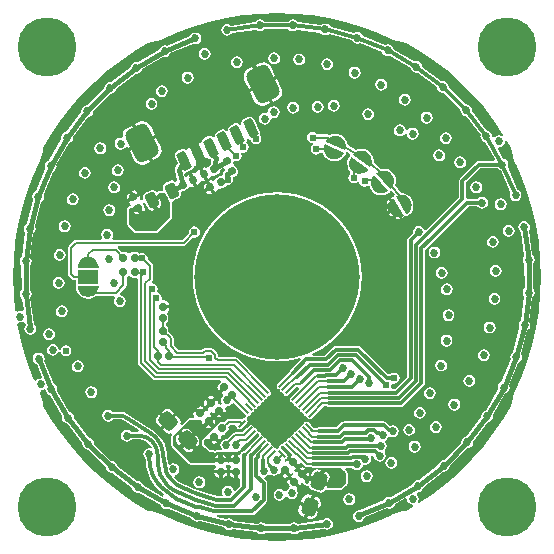
<source format=gbl>
G04*
G04 #@! TF.GenerationSoftware,Altium Limited,Altium Designer,20.1.11 (218)*
G04*
G04 Layer_Physical_Order=4*
G04 Layer_Color=16711680*
%FSLAX25Y25*%
%MOIN*%
G70*
G04*
G04 #@! TF.SameCoordinates,A89DC92D-1D16-4819-8E46-697129492B70*
G04*
G04*
G04 #@! TF.FilePolarity,Positive*
G04*
G01*
G75*
%ADD63C,0.01200*%
%ADD64C,0.01500*%
%ADD66C,0.55118*%
%ADD67C,0.19685*%
%ADD68C,0.02700*%
%ADD69C,0.02400*%
%ADD70C,0.02559*%
%ADD72C,0.00800*%
%ADD73C,0.01200*%
%ADD74C,0.01200*%
G04:AMPARAMS|DCode=75|XSize=7.87mil|YSize=31.5mil|CornerRadius=0mil|HoleSize=0mil|Usage=FLASHONLY|Rotation=225.000|XOffset=0mil|YOffset=0mil|HoleType=Round|Shape=Round|*
%AMOVALD75*
21,1,0.02362,0.00787,0.00000,0.00000,315.0*
1,1,0.00787,-0.00835,0.00835*
1,1,0.00787,0.00835,-0.00835*
%
%ADD75OVALD75*%

G04:AMPARAMS|DCode=76|XSize=7.87mil|YSize=31.5mil|CornerRadius=0mil|HoleSize=0mil|Usage=FLASHONLY|Rotation=135.000|XOffset=0mil|YOffset=0mil|HoleType=Round|Shape=Round|*
%AMOVALD76*
21,1,0.02362,0.00787,0.00000,0.00000,225.0*
1,1,0.00787,0.00835,0.00835*
1,1,0.00787,-0.00835,-0.00835*
%
%ADD76OVALD76*%

%ADD77C,0.01968*%
G04:AMPARAMS|DCode=78|XSize=36mil|YSize=51mil|CornerRadius=9mil|HoleSize=0mil|Usage=FLASHONLY|Rotation=206.000|XOffset=0mil|YOffset=0mil|HoleType=Round|Shape=RoundedRectangle|*
%AMROUNDEDRECTD78*
21,1,0.03600,0.03300,0,0,206.0*
21,1,0.01800,0.05100,0,0,206.0*
1,1,0.01800,-0.01532,0.01089*
1,1,0.01800,0.00086,0.01878*
1,1,0.01800,0.01532,-0.01089*
1,1,0.01800,-0.00086,-0.01878*
%
%ADD78ROUNDEDRECTD78*%
%ADD79P,0.19376X4X270.0*%
G04:AMPARAMS|DCode=80|XSize=24.5mil|YSize=26mil|CornerRadius=6.13mil|HoleSize=0mil|Usage=FLASHONLY|Rotation=45.000|XOffset=0mil|YOffset=0mil|HoleType=Round|Shape=RoundedRectangle|*
%AMROUNDEDRECTD80*
21,1,0.02450,0.01375,0,0,45.0*
21,1,0.01225,0.02600,0,0,45.0*
1,1,0.01225,0.00919,-0.00053*
1,1,0.01225,0.00053,-0.00919*
1,1,0.01225,-0.00919,0.00053*
1,1,0.01225,-0.00053,0.00919*
%
%ADD80ROUNDEDRECTD80*%
G04:AMPARAMS|DCode=81|XSize=24.5mil|YSize=26mil|CornerRadius=6.13mil|HoleSize=0mil|Usage=FLASHONLY|Rotation=270.000|XOffset=0mil|YOffset=0mil|HoleType=Round|Shape=RoundedRectangle|*
%AMROUNDEDRECTD81*
21,1,0.02450,0.01375,0,0,270.0*
21,1,0.01225,0.02600,0,0,270.0*
1,1,0.01225,-0.00688,-0.00613*
1,1,0.01225,-0.00688,0.00613*
1,1,0.01225,0.00688,0.00613*
1,1,0.01225,0.00688,-0.00613*
%
%ADD81ROUNDEDRECTD81*%
G04:AMPARAMS|DCode=82|XSize=24.5mil|YSize=26mil|CornerRadius=6.13mil|HoleSize=0mil|Usage=FLASHONLY|Rotation=180.000|XOffset=0mil|YOffset=0mil|HoleType=Round|Shape=RoundedRectangle|*
%AMROUNDEDRECTD82*
21,1,0.02450,0.01375,0,0,180.0*
21,1,0.01225,0.02600,0,0,180.0*
1,1,0.01225,-0.00613,0.00688*
1,1,0.01225,0.00613,0.00688*
1,1,0.01225,0.00613,-0.00688*
1,1,0.01225,-0.00613,-0.00688*
%
%ADD82ROUNDEDRECTD82*%
G04:AMPARAMS|DCode=83|XSize=82.68mil|YSize=118.11mil|CornerRadius=20.67mil|HoleSize=0mil|Usage=FLASHONLY|Rotation=26.000|XOffset=0mil|YOffset=0mil|HoleType=Round|Shape=RoundedRectangle|*
%AMROUNDEDRECTD83*
21,1,0.08268,0.07677,0,0,26.0*
21,1,0.04134,0.11811,0,0,26.0*
1,1,0.04134,0.03541,-0.02544*
1,1,0.04134,-0.00175,-0.04356*
1,1,0.04134,-0.03541,0.02544*
1,1,0.04134,0.00175,0.04356*
%
%ADD83ROUNDEDRECTD83*%
G04:AMPARAMS|DCode=84|XSize=31.5mil|YSize=62.99mil|CornerRadius=7.87mil|HoleSize=0mil|Usage=FLASHONLY|Rotation=26.000|XOffset=0mil|YOffset=0mil|HoleType=Round|Shape=RoundedRectangle|*
%AMROUNDEDRECTD84*
21,1,0.03150,0.04724,0,0,26.0*
21,1,0.01575,0.06299,0,0,26.0*
1,1,0.01575,0.01743,-0.01778*
1,1,0.01575,0.00328,-0.02468*
1,1,0.01575,-0.01743,0.01778*
1,1,0.01575,-0.00328,0.02468*
%
%ADD84ROUNDEDRECTD84*%
G04:AMPARAMS|DCode=85|XSize=24.5mil|YSize=26mil|CornerRadius=6.13mil|HoleSize=0mil|Usage=FLASHONLY|Rotation=296.000|XOffset=0mil|YOffset=0mil|HoleType=Round|Shape=RoundedRectangle|*
%AMROUNDEDRECTD85*
21,1,0.02450,0.01375,0,0,296.0*
21,1,0.01225,0.02600,0,0,296.0*
1,1,0.01225,-0.00349,-0.00852*
1,1,0.01225,-0.00886,0.00249*
1,1,0.01225,0.00349,0.00852*
1,1,0.01225,0.00886,-0.00249*
%
%ADD85ROUNDEDRECTD85*%
G04:AMPARAMS|DCode=86|XSize=24.5mil|YSize=26mil|CornerRadius=6.13mil|HoleSize=0mil|Usage=FLASHONLY|Rotation=135.000|XOffset=0mil|YOffset=0mil|HoleType=Round|Shape=RoundedRectangle|*
%AMROUNDEDRECTD86*
21,1,0.02450,0.01375,0,0,135.0*
21,1,0.01225,0.02600,0,0,135.0*
1,1,0.01225,0.00053,0.00919*
1,1,0.01225,0.00919,0.00053*
1,1,0.01225,-0.00053,-0.00919*
1,1,0.01225,-0.00919,-0.00053*
%
%ADD86ROUNDEDRECTD86*%
G04:AMPARAMS|DCode=87|XSize=24.5mil|YSize=26mil|CornerRadius=6.13mil|HoleSize=0mil|Usage=FLASHONLY|Rotation=206.000|XOffset=0mil|YOffset=0mil|HoleType=Round|Shape=RoundedRectangle|*
%AMROUNDEDRECTD87*
21,1,0.02450,0.01375,0,0,206.0*
21,1,0.01225,0.02600,0,0,206.0*
1,1,0.01225,-0.00852,0.00349*
1,1,0.01225,0.00249,0.00886*
1,1,0.01225,0.00852,-0.00349*
1,1,0.01225,-0.00249,-0.00886*
%
%ADD87ROUNDEDRECTD87*%
G04:AMPARAMS|DCode=88|XSize=59.06mil|YSize=48.42mil|CornerRadius=12.11mil|HoleSize=0mil|Usage=FLASHONLY|Rotation=135.000|XOffset=0mil|YOffset=0mil|HoleType=Round|Shape=RoundedRectangle|*
%AMROUNDEDRECTD88*
21,1,0.05906,0.02421,0,0,135.0*
21,1,0.03484,0.04842,0,0,135.0*
1,1,0.02421,-0.00376,0.02088*
1,1,0.02421,0.02088,-0.00376*
1,1,0.02421,0.00376,-0.02088*
1,1,0.02421,-0.02088,0.00376*
%
%ADD88ROUNDEDRECTD88*%
G04:AMPARAMS|DCode=89|XSize=59.06mil|YSize=48.42mil|CornerRadius=12.11mil|HoleSize=0mil|Usage=FLASHONLY|Rotation=70.000|XOffset=0mil|YOffset=0mil|HoleType=Round|Shape=RoundedRectangle|*
%AMROUNDEDRECTD89*
21,1,0.05906,0.02421,0,0,70.0*
21,1,0.03484,0.04842,0,0,70.0*
1,1,0.02421,0.01734,0.01223*
1,1,0.02421,0.00542,-0.02051*
1,1,0.02421,-0.01734,-0.01223*
1,1,0.02421,-0.00542,0.02051*
%
%ADD89ROUNDEDRECTD89*%
%ADD90R,0.07000X0.04600*%
%ADD91O,0.03937X0.01968*%
%ADD92C,0.01149*%
%ADD93C,0.01200*%
G36*
X5754Y87785D02*
X11483Y87221D01*
X17163Y86283D01*
X22769Y84976D01*
X28278Y83305D01*
X33666Y81277D01*
X38032Y79299D01*
X38032Y79299D01*
X38121Y79273D01*
X38649Y79055D01*
X38670Y79049D01*
X41637Y78194D01*
X42885Y77982D01*
X47011Y75600D01*
X51855Y72363D01*
X56476Y68817D01*
X60856Y64976D01*
X64976Y60856D01*
X68817Y56476D01*
X72363Y51855D01*
X75343Y47395D01*
X74910Y46962D01*
X74762Y47062D01*
X74001Y47213D01*
X73240Y47062D01*
X72595Y46631D01*
X72543Y46552D01*
X71780Y46490D01*
X71639Y46640D01*
X71693Y46911D01*
X71542Y47672D01*
X71111Y48317D01*
X70466Y48748D01*
X69717Y48897D01*
X64883Y55153D01*
X64974Y55608D01*
X64822Y56369D01*
X64391Y57014D01*
X63746Y57445D01*
X62985Y57596D01*
X62764Y57552D01*
X57135Y63144D01*
X57176Y63354D01*
X57025Y64114D01*
X56594Y64759D01*
X55949Y65191D01*
X55188Y65342D01*
X54720Y65249D01*
X48430Y70042D01*
X48284Y70776D01*
X47853Y71421D01*
X47208Y71852D01*
X46447Y72003D01*
X45698Y71854D01*
X38838Y75784D01*
X38748Y76240D01*
X38317Y76885D01*
X37672Y77315D01*
X36911Y77467D01*
X36150Y77315D01*
X35962Y77190D01*
X28621Y80203D01*
X28580Y80412D01*
X28149Y81057D01*
X27504Y81488D01*
X26743Y81639D01*
X25982Y81488D01*
X25585Y81222D01*
X17939Y83244D01*
X17524Y83866D01*
X16879Y84297D01*
X16118Y84448D01*
X15357Y84297D01*
X14722Y83873D01*
X6880Y84878D01*
X6622Y85264D01*
X5977Y85695D01*
X5217Y85847D01*
X4456Y85695D01*
X3811Y85264D01*
X3685Y85077D01*
X-4250Y85050D01*
X-4368Y85228D01*
X-5013Y85659D01*
X-5774Y85810D01*
X-6535Y85659D01*
X-7180Y85228D01*
X-7445Y84831D01*
X-15283Y83772D01*
X-15904Y84188D01*
X-16665Y84339D01*
X-17426Y84188D01*
X-18071Y83757D01*
X-18502Y83112D01*
X-18654Y82351D01*
X-18502Y81590D01*
X-18071Y80945D01*
X-17426Y80514D01*
X-16665Y80363D01*
X-15904Y80514D01*
X-15259Y80945D01*
X-14994Y81342D01*
X-7157Y82400D01*
X-6535Y81985D01*
X-5774Y81834D01*
X-5013Y81985D01*
X-4368Y82416D01*
X-4243Y82603D01*
X3692Y82630D01*
X3811Y82452D01*
X4456Y82021D01*
X5217Y81870D01*
X5977Y82021D01*
X6612Y82446D01*
X14454Y81440D01*
X14712Y81054D01*
X15357Y80623D01*
X16118Y80472D01*
X16879Y80623D01*
X17275Y80888D01*
X24922Y78867D01*
X25337Y78245D01*
X25982Y77814D01*
X26743Y77662D01*
X27504Y77814D01*
X27691Y77939D01*
X35032Y74927D01*
X35074Y74718D01*
X35505Y74073D01*
X36150Y73642D01*
X36911Y73491D01*
X37660Y73639D01*
X44519Y69709D01*
X44610Y69254D01*
X45041Y68609D01*
X45686Y68178D01*
X46447Y68027D01*
X46915Y68120D01*
X53206Y63326D01*
X53351Y62593D01*
X53782Y61948D01*
X54427Y61517D01*
X55188Y61365D01*
X55409Y61409D01*
X61039Y55817D01*
X60997Y55608D01*
X61149Y54847D01*
X61580Y54202D01*
X62225Y53771D01*
X62974Y53622D01*
X67807Y47366D01*
X67717Y46911D01*
X67868Y46150D01*
X68299Y45505D01*
X68944Y45074D01*
X69388Y44986D01*
X72671Y39178D01*
X72369Y38660D01*
X67260D01*
X66791Y38567D01*
X66394Y38302D01*
X60848Y32755D01*
X60582Y32358D01*
X60489Y31890D01*
Y26393D01*
X49692Y15596D01*
X49084Y15727D01*
X49030Y15782D01*
X48619Y16398D01*
X47973Y16829D01*
X47213Y16980D01*
X46452Y16829D01*
X45807Y16398D01*
X45376Y15753D01*
X45224Y14992D01*
X45278Y14725D01*
X43623Y13070D01*
X43358Y12673D01*
X43265Y12205D01*
Y-33351D01*
X39257Y-37359D01*
X38275D01*
X37999Y-36759D01*
X38120Y-36150D01*
X38090Y-36000D01*
X38607Y-35523D01*
X38978Y-35597D01*
X39681Y-35457D01*
X40276Y-35059D01*
X40674Y-34464D01*
X40813Y-33762D01*
X40674Y-33059D01*
X40276Y-32464D01*
X39681Y-32066D01*
X38978Y-31926D01*
X38276Y-32066D01*
X37681Y-32464D01*
X37631Y-32538D01*
X37024D01*
X27834Y-23347D01*
X27437Y-23082D01*
X26969Y-22989D01*
X19488D01*
X19020Y-23082D01*
X18623Y-23347D01*
X15748Y-26222D01*
X11815D01*
X11698Y-25634D01*
X12237Y-25410D01*
X15005Y-23880D01*
X17584Y-22050D01*
X19943Y-19943D01*
X22050Y-17584D01*
X23880Y-15005D01*
X25410Y-12237D01*
X26621Y-9315D01*
X27496Y-6276D01*
X28026Y-3158D01*
X28203Y0D01*
X28026Y3158D01*
X27496Y6276D01*
X26621Y9315D01*
X25410Y12237D01*
X23880Y15005D01*
X22050Y17584D01*
X19943Y19943D01*
X17584Y22050D01*
X15005Y23880D01*
X12237Y25410D01*
X9315Y26621D01*
X6276Y27496D01*
X3158Y28026D01*
X0Y28203D01*
X-3158Y28026D01*
X-6276Y27496D01*
X-9315Y26621D01*
X-12237Y25410D01*
X-15005Y23880D01*
X-17584Y22050D01*
X-19943Y19943D01*
X-22050Y17584D01*
X-23880Y15005D01*
X-25410Y12237D01*
X-26621Y9315D01*
X-27496Y6276D01*
X-28026Y3158D01*
X-28203Y0D01*
X-28026Y-3158D01*
X-27496Y-6276D01*
X-26621Y-9315D01*
X-25410Y-12237D01*
X-23880Y-15005D01*
X-22050Y-17584D01*
X-19943Y-19943D01*
X-17584Y-22050D01*
X-15005Y-23880D01*
X-12237Y-25410D01*
X-9315Y-26621D01*
X-6276Y-27496D01*
X-3158Y-28026D01*
X0Y-28203D01*
X3158Y-28026D01*
X6276Y-27496D01*
X7513Y-27140D01*
X7818Y-27657D01*
X4450Y-31025D01*
X4185Y-31422D01*
X4141Y-31639D01*
X949Y-34831D01*
X931Y-34858D01*
X119Y-35671D01*
X-101Y-35999D01*
X-178Y-36387D01*
X-101Y-36775D01*
X119Y-37103D01*
X447Y-37323D01*
X862Y-37474D01*
X1013Y-37888D01*
X1232Y-38217D01*
X1561Y-38436D01*
X1976Y-38587D01*
X2126Y-39002D01*
X2346Y-39330D01*
X2675Y-39550D01*
X3062Y-39627D01*
X3450Y-39550D01*
X3779Y-39330D01*
X4591Y-38518D01*
X4619Y-38500D01*
X6272Y-36846D01*
X6994D01*
X7242Y-37446D01*
X5404Y-39285D01*
X5385Y-39312D01*
X4573Y-40125D01*
X4353Y-40453D01*
X4276Y-40841D01*
X4353Y-41229D01*
X4573Y-41558D01*
X4902Y-41777D01*
X5316Y-41928D01*
X5467Y-42342D01*
X5686Y-42671D01*
X6015Y-42891D01*
X6430Y-43042D01*
X6580Y-43456D01*
X6800Y-43785D01*
X7129Y-44004D01*
X7543Y-44155D01*
X7694Y-44570D01*
X7914Y-44898D01*
X8242Y-45118D01*
X8657Y-45269D01*
X8807Y-45683D01*
X9027Y-46012D01*
X9356Y-46231D01*
X9770Y-46382D01*
X9921Y-46797D01*
X10141Y-47125D01*
X10469Y-47345D01*
X10857Y-47422D01*
X11245Y-47345D01*
X11574Y-47125D01*
X12386Y-46313D01*
X12413Y-46295D01*
X15506Y-43202D01*
X16689D01*
X16855Y-43313D01*
X17323Y-43406D01*
X41255D01*
X41723Y-43313D01*
X42120Y-43048D01*
X48953Y-36215D01*
X49219Y-35818D01*
X49312Y-35349D01*
Y8999D01*
X52046Y11733D01*
X52046Y11733D01*
X63811Y23498D01*
X66764D01*
X66886Y23316D01*
X67531Y22885D01*
X68292Y22734D01*
X69052Y22885D01*
X69697Y23316D01*
X70129Y23961D01*
X70280Y24722D01*
X70129Y25483D01*
X69697Y26128D01*
X69052Y26559D01*
X68292Y26710D01*
X67531Y26559D01*
X66886Y26128D01*
X66764Y25945D01*
X63490D01*
X63304Y25945D01*
X62936Y26484D01*
Y31383D01*
X67766Y36213D01*
X73533D01*
X73655Y36031D01*
X74300Y35600D01*
X74546Y35551D01*
X77739Y28190D01*
X77634Y28033D01*
X77483Y27272D01*
X77634Y26511D01*
X78065Y25866D01*
X78710Y25435D01*
X79471Y25284D01*
X80232Y25435D01*
X80877Y25866D01*
X81308Y26511D01*
X81459Y27272D01*
X81308Y28033D01*
X80877Y28678D01*
X80232Y29109D01*
X79987Y29157D01*
X76793Y36519D01*
X76898Y36676D01*
X77049Y37437D01*
X76898Y38197D01*
X76467Y38842D01*
X75822Y39274D01*
X75378Y39362D01*
X73474Y42730D01*
X73861Y43264D01*
X74001Y43237D01*
X74762Y43388D01*
X75407Y43819D01*
X75838Y44464D01*
X75976Y45159D01*
X76169Y45255D01*
X76574Y45323D01*
X77982Y42885D01*
X78194Y41637D01*
X79049Y38670D01*
X79055Y38649D01*
X79085Y38576D01*
X79298Y38032D01*
X79298Y38032D01*
X79544Y37490D01*
X81277Y33666D01*
X83305Y28278D01*
X84976Y22769D01*
X86283Y17163D01*
X87221Y11483D01*
X87785Y5754D01*
X87973Y0D01*
X87785Y-5754D01*
X87221Y-11483D01*
X86283Y-17163D01*
X84976Y-22769D01*
X83305Y-28278D01*
X81277Y-33666D01*
X79299Y-38032D01*
X79299Y-38032D01*
X79273Y-38121D01*
X79055Y-38649D01*
X79049Y-38670D01*
X78194Y-41637D01*
X77982Y-42885D01*
X75600Y-47011D01*
X72363Y-51855D01*
X68817Y-56476D01*
X64976Y-60856D01*
X60856Y-64976D01*
X56476Y-68817D01*
X51855Y-72363D01*
X47395Y-75343D01*
X46962Y-74910D01*
X47062Y-74762D01*
X47213Y-74001D01*
X47062Y-73240D01*
X46631Y-72595D01*
X46645Y-71883D01*
X46887Y-71688D01*
X46911Y-71693D01*
X47672Y-71542D01*
X48317Y-71111D01*
X48748Y-70466D01*
X48851Y-69945D01*
X55352Y-64923D01*
X55608Y-64974D01*
X56369Y-64822D01*
X57014Y-64391D01*
X57445Y-63746D01*
X57596Y-62985D01*
X57588Y-62945D01*
X63324Y-57171D01*
X63354Y-57176D01*
X64114Y-57025D01*
X64759Y-56594D01*
X65191Y-55949D01*
X65342Y-55188D01*
X65289Y-54920D01*
X70269Y-48384D01*
X70776Y-48284D01*
X71421Y-47853D01*
X71852Y-47208D01*
X72003Y-46447D01*
X71900Y-45926D01*
X75983Y-38798D01*
X76240Y-38748D01*
X76885Y-38317D01*
X77315Y-37672D01*
X77467Y-36911D01*
X77315Y-36150D01*
X77293Y-36116D01*
X80383Y-28586D01*
X80412Y-28580D01*
X81057Y-28149D01*
X81488Y-27504D01*
X81639Y-26743D01*
X81488Y-25982D01*
X81336Y-25755D01*
X83436Y-17811D01*
X83866Y-17524D01*
X84297Y-16879D01*
X84448Y-16118D01*
X84297Y-15357D01*
X84002Y-14915D01*
X85047Y-6768D01*
X85264Y-6622D01*
X85695Y-5977D01*
X85847Y-5217D01*
X85695Y-4456D01*
X85264Y-3811D01*
X85230Y-3788D01*
X85203Y4351D01*
X85228Y4368D01*
X85659Y5013D01*
X85810Y5774D01*
X85659Y6535D01*
X85228Y7180D01*
X85000Y7332D01*
X83901Y15475D01*
X84188Y15904D01*
X84339Y16665D01*
X84188Y17426D01*
X83757Y18071D01*
X83112Y18502D01*
X82351Y18654D01*
X81590Y18502D01*
X80945Y18071D01*
X80514Y17426D01*
X80363Y16665D01*
X80514Y15904D01*
X80945Y15259D01*
X81172Y15108D01*
X82272Y6964D01*
X81985Y6535D01*
X81834Y5774D01*
X81985Y5013D01*
X82416Y4368D01*
X82450Y4345D01*
X82477Y-3794D01*
X82452Y-3811D01*
X82021Y-4456D01*
X81870Y-5217D01*
X82021Y-5977D01*
X82316Y-6419D01*
X81271Y-14567D01*
X81054Y-14712D01*
X80623Y-15357D01*
X80472Y-16118D01*
X80623Y-16879D01*
X80775Y-17106D01*
X78675Y-25050D01*
X78245Y-25337D01*
X77814Y-25982D01*
X77662Y-26743D01*
X77814Y-27504D01*
X77837Y-27538D01*
X74747Y-35068D01*
X74718Y-35074D01*
X74073Y-35505D01*
X73642Y-36150D01*
X73491Y-36911D01*
X73594Y-37431D01*
X69510Y-44559D01*
X69254Y-44610D01*
X68609Y-45041D01*
X68178Y-45686D01*
X68027Y-46447D01*
X68080Y-46715D01*
X63100Y-53250D01*
X62593Y-53351D01*
X61948Y-53782D01*
X61517Y-54427D01*
X61365Y-55188D01*
X61373Y-55229D01*
X55637Y-61003D01*
X55608Y-60997D01*
X54847Y-61149D01*
X54202Y-61580D01*
X53771Y-62225D01*
X53668Y-62745D01*
X47167Y-67768D01*
X46911Y-67717D01*
X46150Y-67868D01*
X45505Y-68299D01*
X45074Y-68944D01*
X45021Y-69210D01*
X37916Y-73336D01*
X37407Y-73234D01*
X36646Y-73386D01*
X36001Y-73817D01*
X35570Y-74462D01*
X35560Y-74514D01*
X27680Y-77808D01*
X27272Y-77727D01*
X26511Y-77878D01*
X25866Y-78310D01*
X25435Y-78954D01*
X25284Y-79715D01*
X25435Y-80476D01*
X25866Y-81121D01*
X26511Y-81552D01*
X27272Y-81704D01*
X28033Y-81552D01*
X28678Y-81121D01*
X29109Y-80476D01*
X29170Y-80170D01*
X36632Y-77050D01*
X36646Y-77060D01*
X37407Y-77211D01*
X38168Y-77060D01*
X38813Y-76629D01*
X39244Y-75984D01*
X39297Y-75717D01*
X42726Y-73726D01*
X43259Y-74111D01*
X43388Y-74762D01*
X43819Y-75407D01*
X44464Y-75838D01*
X45159Y-75976D01*
X45255Y-76169D01*
X45323Y-76574D01*
X42885Y-77982D01*
X41637Y-78194D01*
X38670Y-79049D01*
X38649Y-79055D01*
X38576Y-79085D01*
X38032Y-79298D01*
X38032Y-79298D01*
X37490Y-79544D01*
X33666Y-81277D01*
X28278Y-83305D01*
X22769Y-84976D01*
X17163Y-86283D01*
X11483Y-87221D01*
X5754Y-87785D01*
X0Y-87973D01*
X-5754Y-87785D01*
X-11483Y-87221D01*
X-17163Y-86283D01*
X-22769Y-84976D01*
X-28278Y-83305D01*
X-33666Y-81277D01*
X-38032Y-79299D01*
X-38032Y-79299D01*
X-38121Y-79273D01*
X-38649Y-79055D01*
X-38670Y-79049D01*
X-41637Y-78194D01*
X-42885Y-77982D01*
X-47011Y-75600D01*
X-51855Y-72363D01*
X-56476Y-68817D01*
X-60856Y-64976D01*
X-64976Y-60856D01*
X-68817Y-56476D01*
X-72363Y-51855D01*
X-75600Y-47011D01*
X-77982Y-42885D01*
X-78194Y-41637D01*
X-79049Y-38670D01*
X-79055Y-38649D01*
X-79164Y-38385D01*
X-78833Y-37881D01*
X-78784Y-37844D01*
X-78750Y-37832D01*
X-78048Y-37692D01*
X-77808Y-37532D01*
X-77141Y-37808D01*
X-77069Y-38172D01*
X-76638Y-38817D01*
X-75993Y-39248D01*
X-75724Y-39302D01*
X-71592Y-46404D01*
X-71693Y-46911D01*
X-71542Y-47672D01*
X-71111Y-48317D01*
X-70466Y-48748D01*
X-69945Y-48851D01*
X-64923Y-55352D01*
X-64974Y-55608D01*
X-64822Y-56369D01*
X-64391Y-57014D01*
X-63746Y-57445D01*
X-62985Y-57596D01*
X-62945Y-57588D01*
X-57171Y-63324D01*
X-57176Y-63354D01*
X-57025Y-64114D01*
X-56594Y-64759D01*
X-55949Y-65191D01*
X-55188Y-65342D01*
X-54920Y-65289D01*
X-48384Y-70269D01*
X-48284Y-70776D01*
X-47853Y-71421D01*
X-47208Y-71852D01*
X-46447Y-72003D01*
X-45926Y-71900D01*
X-38798Y-75984D01*
X-38748Y-76240D01*
X-38317Y-76885D01*
X-37672Y-77315D01*
X-36911Y-77467D01*
X-36150Y-77315D01*
X-36126Y-77300D01*
X-28558Y-80469D01*
X-28165Y-81057D01*
X-27520Y-81488D01*
X-26759Y-81640D01*
X-25998Y-81488D01*
X-25842Y-81384D01*
X-17802Y-83448D01*
X-17524Y-83866D01*
X-16879Y-84297D01*
X-16118Y-84448D01*
X-15357Y-84297D01*
X-14915Y-84002D01*
X-6768Y-85047D01*
X-6622Y-85264D01*
X-5977Y-85695D01*
X-5217Y-85847D01*
X-4456Y-85695D01*
X-3811Y-85264D01*
X-3791Y-85235D01*
X4378D01*
X5013Y-85659D01*
X5774Y-85810D01*
X6535Y-85659D01*
X7180Y-85228D01*
X7332Y-85000D01*
X15475Y-83901D01*
X15904Y-84188D01*
X16665Y-84339D01*
X17426Y-84188D01*
X18071Y-83757D01*
X18502Y-83112D01*
X18654Y-82351D01*
X18502Y-81590D01*
X18071Y-80945D01*
X17426Y-80514D01*
X16665Y-80363D01*
X15904Y-80514D01*
X15259Y-80945D01*
X15108Y-81172D01*
X6964Y-82272D01*
X6535Y-81985D01*
X5774Y-81834D01*
X5013Y-81985D01*
X4368Y-82416D01*
X4324Y-82482D01*
X-3791D01*
X-3811Y-82452D01*
X-4456Y-82021D01*
X-5217Y-81870D01*
X-5977Y-82021D01*
X-6419Y-82316D01*
X-14567Y-81271D01*
X-14712Y-81054D01*
X-15357Y-80623D01*
X-16118Y-80472D01*
X-16879Y-80623D01*
X-17117Y-80782D01*
X-20047Y-80030D01*
X-19972Y-79430D01*
X-17323Y-79430D01*
X-8315D01*
X-7847Y-79337D01*
X-7450Y-79071D01*
X-3625Y-75246D01*
X-3360Y-74849D01*
X-3267Y-74381D01*
Y-68725D01*
X-3360Y-68257D01*
X-3625Y-67860D01*
X-4246Y-67239D01*
X-4038Y-66598D01*
X-3570Y-66505D01*
X-2925Y-66074D01*
X-2899Y-66035D01*
X-2165Y-65911D01*
X-1792Y-66161D01*
X-1031Y-66312D01*
X-270Y-66161D01*
X245Y-65816D01*
X383Y-65730D01*
X622Y-65754D01*
X2268Y-64108D01*
X2692Y-64533D01*
X3116Y-64108D01*
X4621Y-65613D01*
X4629Y-65604D01*
X4660Y-65558D01*
X5310Y-65460D01*
X5335Y-65481D01*
X5176Y-66114D01*
X5139Y-66121D01*
X4672Y-66434D01*
X4663Y-66442D01*
X6167Y-67947D01*
X7672Y-69451D01*
X7681Y-69442D01*
X7993Y-68975D01*
X8061Y-68633D01*
X8077Y-68628D01*
X8678Y-68608D01*
X8690Y-68656D01*
X8729Y-68678D01*
X8747Y-68720D01*
X9382Y-69356D01*
X9479Y-69396D01*
X9548Y-69476D01*
X9700Y-69488D01*
X9841Y-69546D01*
X10464Y-69765D01*
X10543Y-70091D01*
X10969Y-70672D01*
X11585Y-71046D01*
X13860Y-71874D01*
X14572Y-71983D01*
X15272Y-71812D01*
X15853Y-71386D01*
X15983Y-71172D01*
X15996Y-71160D01*
X16136Y-71056D01*
X16748Y-70996D01*
X16765Y-71003D01*
X16781Y-71014D01*
X16839Y-71001D01*
X16894Y-71023D01*
X18185Y-71023D01*
X18209Y-71028D01*
X18233Y-71023D01*
X21260Y-71023D01*
X21719Y-70833D01*
X22841Y-69711D01*
X22853Y-69703D01*
X22860Y-69692D01*
X23294Y-69258D01*
X23484Y-68799D01*
X23484Y-65255D01*
X23484Y-65255D01*
X23484Y-65255D01*
X23390Y-65028D01*
X23294Y-64796D01*
X23294Y-64796D01*
X23294Y-64796D01*
X22607Y-64109D01*
X22836Y-63555D01*
X24951D01*
X25170Y-63883D01*
X25815Y-64314D01*
X26576Y-64465D01*
X27337Y-64314D01*
X27982Y-63883D01*
X28413Y-63238D01*
X28460Y-63001D01*
X28662Y-62493D01*
X29112Y-62565D01*
X29429Y-62628D01*
X30190Y-62477D01*
X30835Y-62046D01*
X31266Y-61401D01*
X31417Y-60640D01*
X31273Y-59914D01*
X31271Y-59809D01*
X31340Y-59697D01*
X31706Y-59609D01*
X32336Y-60008D01*
X32415Y-60407D01*
X32846Y-61051D01*
X33491Y-61483D01*
X34252Y-61634D01*
X35013Y-61483D01*
X35658Y-61051D01*
X36089Y-60407D01*
X36240Y-59646D01*
X36089Y-58885D01*
X35800Y-58452D01*
X35844Y-57736D01*
X35887Y-57671D01*
X36317Y-57028D01*
X36468Y-56267D01*
X36317Y-55507D01*
X36028Y-55075D01*
X35951Y-54731D01*
X36157Y-54321D01*
X36544Y-54063D01*
X36921Y-53499D01*
X37139Y-53346D01*
X37530Y-53184D01*
X37723Y-53313D01*
X38484Y-53465D01*
X39245Y-53313D01*
X39890Y-52882D01*
X40321Y-52237D01*
X40472Y-51476D01*
X40321Y-50716D01*
X39890Y-50071D01*
X39245Y-49639D01*
X38484Y-49488D01*
X37723Y-49639D01*
X37563Y-49747D01*
X36333Y-48516D01*
X35936Y-48251D01*
X35468Y-48158D01*
X22299D01*
X21831Y-48251D01*
X21434Y-48516D01*
X19796Y-50154D01*
X13878D01*
X13410Y-50248D01*
X13244Y-50358D01*
X12351D01*
X11300Y-49307D01*
X11272Y-49289D01*
X10460Y-48476D01*
X10131Y-48257D01*
X9744Y-48180D01*
X9356Y-48257D01*
X9027Y-48476D01*
X8807Y-48805D01*
X8657Y-49220D01*
X8242Y-49371D01*
X7914Y-49590D01*
X7694Y-49919D01*
X7543Y-50333D01*
X7129Y-50484D01*
X6800Y-50704D01*
X6581Y-51032D01*
X6430Y-51447D01*
X6015Y-51597D01*
X5686Y-51817D01*
X5467Y-52146D01*
X5316Y-52560D01*
X4902Y-52711D01*
X4573Y-52930D01*
X4353Y-53259D01*
X4203Y-53674D01*
X3788Y-53825D01*
X3459Y-54044D01*
X3240Y-54373D01*
X3089Y-54787D01*
X2675Y-54938D01*
X2346Y-55158D01*
X2126Y-55486D01*
X1754Y-55677D01*
X1522Y-55727D01*
X1288Y-55769D01*
X1281Y-55780D01*
X1269Y-55783D01*
X1055Y-55931D01*
X991Y-56030D01*
X892Y-56094D01*
X743Y-56308D01*
X741Y-56320D01*
X730Y-56327D01*
X688Y-56561D01*
X637Y-56793D01*
X447Y-57165D01*
X-0Y-57339D01*
X-447Y-57165D01*
X-862Y-57014D01*
X-1013Y-56600D01*
X-1232Y-56271D01*
X-1561Y-56052D01*
X-1976Y-55901D01*
X-2126Y-55486D01*
X-2346Y-55158D01*
X-2675Y-54938D01*
X-3089Y-54787D01*
X-3240Y-54373D01*
X-3459Y-54044D01*
X-3788Y-53825D01*
X-4203Y-53674D01*
X-4353Y-53259D01*
X-4573Y-52931D01*
X-4902Y-52711D01*
X-5316Y-52560D01*
X-5467Y-52146D01*
X-5686Y-51817D01*
X-6015Y-51597D01*
X-6430Y-51447D01*
X-6580Y-51032D01*
X-6800Y-50704D01*
X-7129Y-50484D01*
X-7543Y-50333D01*
X-7694Y-49919D01*
X-7914Y-49590D01*
X-8242Y-49370D01*
X-8630Y-49293D01*
X-9018Y-49370D01*
X-9347Y-49590D01*
X-10159Y-50402D01*
X-10186Y-50420D01*
X-11600Y-51835D01*
X-13976D01*
X-14367Y-51912D01*
X-14697Y-52133D01*
X-16720Y-54156D01*
X-16929Y-54114D01*
X-17690Y-54265D01*
X-18335Y-54697D01*
X-18766Y-55342D01*
X-18917Y-56102D01*
X-18766Y-56863D01*
X-18531Y-57215D01*
X-18852Y-57815D01*
X-20032D01*
X-20141Y-57860D01*
X-20192Y-57850D01*
X-20768Y-57964D01*
X-21343Y-57850D01*
X-21395Y-57860D01*
X-21504Y-57815D01*
X-22270D01*
X-23562Y-56523D01*
X-23624Y-56498D01*
X-23661Y-56443D01*
X-23959Y-56243D01*
X-24159Y-55944D01*
X-24215Y-55907D01*
X-24240Y-55846D01*
X-24252Y-55833D01*
Y-55733D01*
X-24278Y-55672D01*
X-24265Y-55606D01*
X-24303Y-55413D01*
X-24265Y-55220D01*
X-24278Y-55155D01*
X-24252Y-55094D01*
X-24252Y-54501D01*
X-23780Y-54030D01*
X-23012Y-54110D01*
X-22966Y-54179D01*
X-22904Y-54241D01*
X-21453Y-52789D01*
X-21029Y-53214D01*
X-20604Y-52789D01*
X-19100Y-54294D01*
X-19091Y-54285D01*
X-18779Y-53818D01*
X-18669Y-53267D01*
X-18679Y-53216D01*
X-18376Y-52802D01*
X-18178Y-52660D01*
X-17815Y-52588D01*
X-17414Y-52320D01*
X-16548Y-51454D01*
X-16280Y-51053D01*
X-16186Y-50580D01*
X-16280Y-50107D01*
X-16360Y-49987D01*
X-15621Y-49248D01*
X-14053D01*
X-13541Y-49749D01*
X-13464Y-50137D01*
X-13244Y-50466D01*
X-12915Y-50686D01*
X-12528Y-50763D01*
X-12140Y-50686D01*
X-11811Y-50466D01*
X-10999Y-49654D01*
X-10971Y-49635D01*
X-10953Y-49608D01*
X-10141Y-48796D01*
X-9921Y-48467D01*
X-9844Y-48079D01*
X-9921Y-47692D01*
X-10141Y-47363D01*
X-9921Y-46797D01*
X-9909Y-46765D01*
X-9907Y-46761D01*
X-9770Y-46382D01*
X-9356Y-46231D01*
X-9027Y-46012D01*
X-8808Y-45683D01*
X-8657Y-45269D01*
X-8242Y-45118D01*
X-7914Y-44898D01*
X-7694Y-44569D01*
X-7543Y-44155D01*
X-7129Y-44004D01*
X-6800Y-43785D01*
X-6581Y-43456D01*
X-6430Y-43041D01*
X-6015Y-42891D01*
X-5686Y-42671D01*
X-5467Y-42342D01*
X-5316Y-41928D01*
X-4902Y-41777D01*
X-4573Y-41558D01*
X-4353Y-41229D01*
X-4203Y-40814D01*
X-3788Y-40664D01*
X-3460Y-40444D01*
X-3240Y-40115D01*
X-3089Y-39701D01*
X-2675Y-39550D01*
X-2346Y-39330D01*
X-2126Y-39002D01*
X-2049Y-38614D01*
X-2126Y-38226D01*
X-2346Y-37898D01*
X-3158Y-37085D01*
X-3176Y-37058D01*
X-4007Y-36227D01*
X-4007Y-36227D01*
X-13091Y-27144D01*
X-13421Y-26923D01*
X-13812Y-26845D01*
X-19252D01*
X-19597Y-26500D01*
Y-26153D01*
X-19675Y-25763D01*
X-19896Y-25432D01*
X-21184Y-24144D01*
X-21515Y-23923D01*
X-21905Y-23845D01*
X-24176D01*
X-24566Y-23923D01*
X-24896Y-24144D01*
X-25105Y-24352D01*
X-32867D01*
X-34512Y-22708D01*
Y-20472D01*
X-34589Y-20082D01*
X-34811Y-19751D01*
X-36265Y-18297D01*
Y-17271D01*
X-36359Y-16798D01*
X-36627Y-16397D01*
X-37028Y-16129D01*
X-37169Y-16101D01*
Y-15494D01*
X-37028Y-15466D01*
X-36627Y-15198D01*
X-36359Y-14797D01*
X-36265Y-14323D01*
Y-13099D01*
X-36359Y-12625D01*
X-36565Y-12318D01*
X-36604Y-12077D01*
X-36526Y-11570D01*
X-36483Y-11542D01*
X-36171Y-11075D01*
X-36061Y-10524D01*
Y-10511D01*
X-38189D01*
Y-9311D01*
X-36061D01*
Y-9298D01*
X-36171Y-8747D01*
X-36483Y-8280D01*
X-36950Y-7968D01*
X-37501Y-7858D01*
X-38060D01*
X-38504Y-7258D01*
X-38440Y-6937D01*
X-38580Y-6235D01*
X-38978Y-5639D01*
X-39573Y-5241D01*
X-39650Y-5226D01*
X-39980Y-4639D01*
X-39972Y-4597D01*
X-39840Y-3937D01*
X-39980Y-3235D01*
X-40378Y-2639D01*
X-40973Y-2241D01*
X-41565Y-2124D01*
X-41744Y-1796D01*
X-41806Y-1516D01*
X-41729Y-1439D01*
X-41508Y-1108D01*
X-41431Y-718D01*
Y3769D01*
X-41508Y4159D01*
X-41729Y4490D01*
X-43232Y5993D01*
X-43202Y6143D01*
X-43341Y6846D01*
X-43739Y7441D01*
X-44335Y7839D01*
X-45037Y7978D01*
X-45739Y7839D01*
X-45812Y7790D01*
X-45924Y7959D01*
X-46325Y8227D01*
X-46799Y8321D01*
X-48024D01*
X-48497Y8227D01*
X-48898Y7959D01*
X-48954Y7875D01*
X-49668Y7875D01*
X-49724Y7959D01*
X-50125Y8227D01*
X-50599Y8321D01*
X-51693D01*
X-53148Y9776D01*
X-53180Y9798D01*
X-52998Y10398D01*
X-31102D01*
X-30712Y10475D01*
X-30381Y10696D01*
X-27887Y13191D01*
X-27559Y13125D01*
X-26857Y13265D01*
X-26261Y13663D01*
X-25864Y14258D01*
X-25724Y14961D01*
X-25864Y15663D01*
X-26261Y16258D01*
X-26857Y16656D01*
X-27559Y16796D01*
X-28261Y16656D01*
X-28857Y16258D01*
X-29255Y15663D01*
X-29394Y14961D01*
X-29329Y14633D01*
X-31525Y12437D01*
X-54695D01*
X-55015Y13037D01*
X-54834Y13309D01*
X-54682Y14069D01*
X-54834Y14830D01*
X-55265Y15475D01*
X-55910Y15906D01*
X-56671Y16058D01*
X-57432Y15906D01*
X-58077Y15475D01*
X-58508Y14830D01*
X-58659Y14069D01*
X-58508Y13309D01*
X-58326Y13037D01*
X-58647Y12437D01*
X-66929D01*
X-67319Y12359D01*
X-67650Y12138D01*
X-69422Y10367D01*
X-69643Y10036D01*
X-69720Y9646D01*
Y984D01*
X-69643Y594D01*
X-69422Y263D01*
X-68437Y-721D01*
X-68107Y-942D01*
X-67716Y-1020D01*
X-67092D01*
Y-2900D01*
X-67092Y-2900D01*
X-67092Y-2900D01*
X-67141Y-3096D01*
X-67141Y-3096D01*
X-67143Y-3441D01*
X-67143Y-3441D01*
X-67118Y-3503D01*
X-67132Y-3569D01*
X-67000Y-4247D01*
X-66963Y-4303D01*
X-66963Y-4370D01*
X-66701Y-5009D01*
X-66654Y-5056D01*
X-66641Y-5122D01*
X-66258Y-5697D01*
X-66202Y-5734D01*
X-66176Y-5796D01*
X-65688Y-6284D01*
X-65626Y-6310D01*
X-65589Y-6366D01*
X-65014Y-6749D01*
X-64948Y-6762D01*
X-64901Y-6809D01*
X-64262Y-7071D01*
X-64195Y-7071D01*
X-64139Y-7108D01*
X-63461Y-7239D01*
X-63396Y-7226D01*
X-63333Y-7251D01*
X-62988Y-7249D01*
X-62988Y-7249D01*
X-62651Y-7251D01*
X-62589Y-7226D01*
X-62523Y-7239D01*
X-61845Y-7108D01*
X-61789Y-7071D01*
X-61722Y-7071D01*
X-61084Y-6809D01*
X-61036Y-6762D01*
X-60970Y-6749D01*
X-60395Y-6366D01*
X-60365Y-6320D01*
X-54245D01*
X-53976Y-6920D01*
X-54271Y-7361D01*
X-54422Y-8122D01*
X-54271Y-8883D01*
X-53840Y-9528D01*
X-53195Y-9959D01*
X-52434Y-10110D01*
X-51673Y-9959D01*
X-51028Y-9528D01*
X-50597Y-8883D01*
X-50446Y-8122D01*
X-50597Y-7361D01*
X-51028Y-6716D01*
X-51673Y-6285D01*
X-52296Y-6161D01*
X-52496Y-5765D01*
X-52532Y-5549D01*
X-50490Y-3507D01*
X-50269Y-3176D01*
X-50191Y-2786D01*
Y-169D01*
X-50125Y-156D01*
X-49724Y112D01*
X-49668Y196D01*
X-48954Y196D01*
X-48898Y112D01*
X-48497Y-156D01*
X-48024Y-250D01*
X-46799D01*
X-46295Y-762D01*
Y-28774D01*
X-46218Y-29164D01*
X-45997Y-29495D01*
X-45423Y-30069D01*
X-45423Y-30069D01*
X-41306Y-34185D01*
X-40975Y-34407D01*
X-40585Y-34484D01*
X-19072D01*
X-18824Y-35084D01*
X-19521Y-35782D01*
X-19834Y-36249D01*
X-19943Y-36800D01*
X-19834Y-37351D01*
X-19521Y-37819D01*
X-19512Y-37827D01*
X-18008Y-36323D01*
X-17159Y-37171D01*
X-18664Y-38676D01*
X-18655Y-38685D01*
X-18188Y-38997D01*
X-18140Y-39006D01*
X-18013Y-39643D01*
X-18138Y-39727D01*
X-18569Y-40372D01*
X-18721Y-41133D01*
X-18569Y-41894D01*
X-18415Y-42125D01*
X-18738Y-42514D01*
X-18830Y-42583D01*
X-19162Y-42517D01*
X-19361Y-42375D01*
X-19663Y-41961D01*
X-19653Y-41911D01*
X-19763Y-41359D01*
X-20075Y-40892D01*
X-20084Y-40883D01*
X-21589Y-42388D01*
X-23093Y-43892D01*
X-23084Y-43901D01*
X-22969Y-43978D01*
X-22886Y-44634D01*
X-23542Y-44551D01*
X-23618Y-44436D01*
X-23627Y-44427D01*
X-25132Y-45931D01*
X-25556Y-45507D01*
X-25980Y-45931D01*
X-27432Y-44480D01*
X-27494Y-44542D01*
X-27806Y-45009D01*
X-27915Y-45560D01*
X-27806Y-46111D01*
X-27555Y-46487D01*
X-27730Y-47087D01*
X-29232D01*
X-29691Y-47277D01*
X-31685Y-49271D01*
X-32238Y-48975D01*
X-32134Y-48454D01*
X-32291Y-47669D01*
X-32735Y-47004D01*
X-33542Y-46197D01*
X-35848Y-48502D01*
X-38154Y-50808D01*
X-37346Y-51616D01*
X-36681Y-52060D01*
X-35897Y-52216D01*
X-35375Y-52112D01*
X-35080Y-52665D01*
X-35105Y-52690D01*
X-35295Y-53150D01*
X-35295Y-56201D01*
X-35105Y-56660D01*
X-29298Y-62467D01*
X-28839Y-62657D01*
X-20972Y-62657D01*
X-20846Y-62711D01*
X-20810Y-62744D01*
X-20505Y-63261D01*
X-20817Y-63728D01*
X-20927Y-64280D01*
Y-64292D01*
X-18799D01*
X-16671D01*
Y-64280D01*
X-16781Y-63728D01*
X-17093Y-63261D01*
X-16903Y-62714D01*
X-16849Y-62634D01*
X-16590Y-62573D01*
X-16500Y-62624D01*
X-16463Y-62613D01*
X-16428Y-62628D01*
X-16094Y-62630D01*
X-16086Y-62627D01*
X-16078Y-62630D01*
X-15857Y-62533D01*
X-15687Y-62587D01*
X-15593Y-62717D01*
X-15387Y-63261D01*
X-15699Y-63728D01*
X-15809Y-64280D01*
Y-64292D01*
X-13681D01*
Y-64892D01*
X-13081D01*
Y-66945D01*
X-12994D01*
X-12852Y-66917D01*
X-12252Y-67375D01*
Y-69688D01*
X-13889Y-71325D01*
X-14540Y-71127D01*
X-14596Y-70845D01*
X-15027Y-70200D01*
X-15673Y-69769D01*
X-16433Y-69617D01*
X-17194Y-69769D01*
X-17839Y-70200D01*
X-18270Y-70845D01*
X-18421Y-71605D01*
X-18270Y-72366D01*
X-18123Y-72586D01*
X-18444Y-73186D01*
X-19873D01*
X-23560Y-72146D01*
X-28242Y-70419D01*
X-32596Y-68412D01*
X-34271Y-66737D01*
X-34182Y-66267D01*
X-34049Y-66081D01*
X-33789Y-66029D01*
X-33144Y-65598D01*
X-32713Y-64953D01*
X-32561Y-64192D01*
X-32713Y-63432D01*
X-33144Y-62787D01*
X-33789Y-62356D01*
X-34550Y-62204D01*
X-35311Y-62356D01*
X-35609Y-62555D01*
X-36260Y-62268D01*
X-36659Y-59662D01*
X-36718Y-59080D01*
D01*
X-36810Y-58512D01*
X-36815Y-58481D01*
X-36904Y-57571D01*
X-37460Y-55739D01*
X-38363Y-54050D01*
X-39210Y-53018D01*
X-39578Y-52570D01*
X-39578Y-52570D01*
X-39580Y-52572D01*
X-40674Y-51674D01*
X-40975Y-51427D01*
X-41153Y-51331D01*
X-41660Y-51012D01*
X-49049Y-46291D01*
X-49507Y-45967D01*
X-49507Y-45963D01*
X-49507Y-45963D01*
X-49518Y-45959D01*
X-49987Y-45627D01*
X-50218Y-45450D01*
X-51025Y-45116D01*
X-51891Y-45002D01*
Y-45007D01*
X-54754D01*
X-54876Y-44824D01*
X-55521Y-44393D01*
X-56282Y-44242D01*
X-57042Y-44393D01*
X-57687Y-44824D01*
X-58118Y-45469D01*
X-58270Y-46230D01*
X-58118Y-46991D01*
X-57687Y-47636D01*
X-57042Y-48067D01*
X-56282Y-48219D01*
X-55521Y-48067D01*
X-54876Y-47636D01*
X-54754Y-47454D01*
X-51891D01*
Y-47463D01*
X-51777Y-47486D01*
X-51278Y-47729D01*
X-51276Y-47732D01*
X-51253Y-47747D01*
X-50850Y-48044D01*
X-50813Y-48068D01*
X-46042Y-51116D01*
X-46248Y-51696D01*
X-48516D01*
X-48638Y-51514D01*
X-49283Y-51083D01*
X-50044Y-50932D01*
X-50805Y-51083D01*
X-51450Y-51514D01*
X-51881Y-52159D01*
X-52032Y-52920D01*
X-51881Y-53681D01*
X-51450Y-54326D01*
X-50805Y-54757D01*
X-50044Y-54908D01*
X-49283Y-54757D01*
X-48638Y-54326D01*
X-48516Y-54143D01*
X-46089D01*
X-46041Y-54134D01*
X-44807Y-54296D01*
X-43612Y-54791D01*
X-43047Y-55225D01*
X-42597Y-55590D01*
X-42232Y-56033D01*
X-41765Y-56641D01*
X-41831Y-56841D01*
X-42167Y-57172D01*
X-42605Y-57085D01*
X-43366Y-57237D01*
X-44011Y-57668D01*
X-44442Y-58313D01*
X-44593Y-59073D01*
X-44442Y-59834D01*
X-44011Y-60479D01*
X-43850Y-60587D01*
X-43670Y-62878D01*
X-43132Y-65118D01*
X-42251Y-67245D01*
X-41048Y-69209D01*
X-39585Y-70921D01*
X-39585Y-70921D01*
X-39571Y-70935D01*
X-39571Y-70935D01*
X-39140Y-71320D01*
X-37778Y-72537D01*
X-37888Y-73243D01*
X-37976Y-73282D01*
X-44559Y-69510D01*
X-44610Y-69254D01*
X-45041Y-68609D01*
X-45686Y-68178D01*
X-46447Y-68027D01*
X-46715Y-68080D01*
X-53250Y-63100D01*
X-53351Y-62593D01*
X-53782Y-61948D01*
X-54427Y-61517D01*
X-55188Y-61365D01*
X-55229Y-61373D01*
X-61003Y-55637D01*
X-60997Y-55608D01*
X-61149Y-54847D01*
X-61580Y-54202D01*
X-62225Y-53771D01*
X-62745Y-53668D01*
X-67768Y-47167D01*
X-67717Y-46911D01*
X-67868Y-46150D01*
X-68299Y-45505D01*
X-68944Y-45074D01*
X-69212Y-45021D01*
X-73344Y-37918D01*
X-73243Y-37411D01*
X-73395Y-36651D01*
X-73826Y-36006D01*
X-74471Y-35575D01*
X-74511Y-35567D01*
X-77651Y-28057D01*
X-77634Y-28033D01*
X-77483Y-27272D01*
X-77634Y-26511D01*
X-78065Y-25866D01*
X-78710Y-25435D01*
X-79471Y-25284D01*
X-80232Y-25435D01*
X-80877Y-25866D01*
X-81308Y-26511D01*
X-81459Y-27272D01*
X-81308Y-28033D01*
X-80877Y-28678D01*
X-80232Y-29109D01*
X-80192Y-29117D01*
X-78397Y-33409D01*
X-78730Y-33817D01*
X-78852Y-33876D01*
X-79570Y-34019D01*
X-80215Y-34450D01*
X-80293Y-34567D01*
X-80891Y-34518D01*
X-81277Y-33666D01*
X-83305Y-28278D01*
X-84976Y-22769D01*
X-86283Y-17163D01*
X-86548Y-15556D01*
X-86014Y-15111D01*
X-85541Y-15205D01*
X-84780Y-15054D01*
X-84581Y-14921D01*
X-83936Y-15211D01*
X-83807Y-16172D01*
X-84061Y-16553D01*
X-84212Y-17314D01*
X-84061Y-18075D01*
X-83630Y-18720D01*
X-82985Y-19151D01*
X-82224Y-19302D01*
X-81463Y-19151D01*
X-80818Y-18720D01*
X-80387Y-18075D01*
X-80236Y-17314D01*
X-80387Y-16553D01*
X-80818Y-15908D01*
X-81089Y-15727D01*
X-82272Y-6964D01*
X-81985Y-6535D01*
X-81834Y-5774D01*
X-81985Y-5013D01*
X-82416Y-4368D01*
X-82450Y-4345D01*
X-82477Y3794D01*
X-82452Y3811D01*
X-82021Y4456D01*
X-81870Y5217D01*
X-82021Y5977D01*
X-82316Y6419D01*
X-81271Y14567D01*
X-81054Y14712D01*
X-80623Y15357D01*
X-80472Y16118D01*
X-80623Y16879D01*
X-80775Y17106D01*
X-78675Y25050D01*
X-78245Y25337D01*
X-77814Y25982D01*
X-77662Y26743D01*
X-77814Y27504D01*
X-77837Y27538D01*
X-74747Y35068D01*
X-74718Y35074D01*
X-74073Y35505D01*
X-73642Y36150D01*
X-73491Y36911D01*
X-73594Y37431D01*
X-69510Y44559D01*
X-69254Y44610D01*
X-68609Y45041D01*
X-68178Y45686D01*
X-68027Y46447D01*
X-68080Y46715D01*
X-63100Y53250D01*
X-62593Y53351D01*
X-61948Y53782D01*
X-61517Y54427D01*
X-61365Y55188D01*
X-61373Y55229D01*
X-55637Y61003D01*
X-55608Y60997D01*
X-54847Y61149D01*
X-54202Y61580D01*
X-53771Y62225D01*
X-53668Y62745D01*
X-47167Y67768D01*
X-46911Y67717D01*
X-46150Y67868D01*
X-45505Y68299D01*
X-45074Y68944D01*
X-45021Y69212D01*
X-37918Y73344D01*
X-37411Y73243D01*
X-36651Y73395D01*
X-36006Y73826D01*
X-35575Y74471D01*
X-35567Y74511D01*
X-28057Y77651D01*
X-28033Y77634D01*
X-27272Y77483D01*
X-26511Y77634D01*
X-25866Y78065D01*
X-25435Y78710D01*
X-25284Y79471D01*
X-25435Y80232D01*
X-25866Y80877D01*
X-26511Y81308D01*
X-27272Y81459D01*
X-28033Y81308D01*
X-28678Y80877D01*
X-29109Y80232D01*
X-29117Y80192D01*
X-36626Y77052D01*
X-36651Y77069D01*
X-37411Y77220D01*
X-38172Y77069D01*
X-38817Y76638D01*
X-39248Y75993D01*
X-39302Y75724D01*
X-46404Y71592D01*
X-46911Y71693D01*
X-47672Y71542D01*
X-48317Y71111D01*
X-48748Y70466D01*
X-48851Y69945D01*
X-55352Y64923D01*
X-55608Y64974D01*
X-56369Y64822D01*
X-57014Y64391D01*
X-57445Y63746D01*
X-57596Y62985D01*
X-57588Y62945D01*
X-63324Y57171D01*
X-63354Y57176D01*
X-64114Y57025D01*
X-64759Y56594D01*
X-65191Y55949D01*
X-65342Y55188D01*
X-65289Y54920D01*
X-70269Y48384D01*
X-70776Y48284D01*
X-71421Y47853D01*
X-71852Y47208D01*
X-72003Y46447D01*
X-71900Y45926D01*
X-75984Y38798D01*
X-76240Y38748D01*
X-76885Y38317D01*
X-77315Y37672D01*
X-77467Y36911D01*
X-77315Y36150D01*
X-77293Y36116D01*
X-80383Y28586D01*
X-80412Y28580D01*
X-81057Y28149D01*
X-81488Y27504D01*
X-81639Y26743D01*
X-81488Y25982D01*
X-81336Y25755D01*
X-83436Y17811D01*
X-83866Y17524D01*
X-84297Y16879D01*
X-84448Y16118D01*
X-84297Y15357D01*
X-84002Y14915D01*
X-85047Y6767D01*
X-85264Y6622D01*
X-85695Y5977D01*
X-85847Y5217D01*
X-85695Y4456D01*
X-85264Y3811D01*
X-85230Y3788D01*
X-85203Y-4351D01*
X-85228Y-4368D01*
X-85659Y-5013D01*
X-85810Y-5774D01*
X-85659Y-6535D01*
X-85228Y-7180D01*
X-85000Y-7332D01*
X-84520Y-10887D01*
X-85067Y-11323D01*
X-85541Y-11229D01*
X-86302Y-11380D01*
X-86597Y-11577D01*
X-86842Y-11540D01*
X-87240Y-11285D01*
X-87785Y-5754D01*
X-87973Y0D01*
X-87785Y5754D01*
X-87221Y11483D01*
X-86283Y17163D01*
X-84976Y22769D01*
X-83305Y28278D01*
X-81277Y33666D01*
X-79299Y38032D01*
X-79299Y38032D01*
X-79273Y38121D01*
X-79055Y38649D01*
X-79049Y38670D01*
X-78194Y41637D01*
X-77982Y42885D01*
X-75600Y47011D01*
X-72363Y51855D01*
X-68817Y56476D01*
X-64976Y60856D01*
X-60856Y64976D01*
X-56476Y68817D01*
X-51855Y72363D01*
X-47011Y75600D01*
X-42885Y77982D01*
X-41637Y78194D01*
X-38670Y79049D01*
X-38649Y79055D01*
X-38576Y79085D01*
X-38032Y79298D01*
X-38032Y79298D01*
X-37490Y79544D01*
X-33666Y81277D01*
X-28278Y83305D01*
X-22769Y84976D01*
X-17163Y86283D01*
X-11483Y87221D01*
X-5754Y87785D01*
X0Y87973D01*
X5754Y87785D01*
D02*
G37*
G36*
X-61969Y6470D02*
X-61330Y6208D01*
X-60755Y5825D01*
X-60267Y5337D01*
X-59884Y4762D01*
X-59622Y4123D01*
X-59490Y3445D01*
X-59492Y3100D01*
X-59492Y3100D01*
X-66492Y3100D01*
X-66494Y3445D01*
X-66362Y4123D01*
X-66100Y4762D01*
X-65717Y5337D01*
X-65229Y5825D01*
X-64654Y6208D01*
X-64015Y6470D01*
X-63337Y6602D01*
X-62992Y6600D01*
X-62992Y6600D01*
X-62647Y6602D01*
X-61969Y6470D01*
D02*
G37*
G36*
X-59490Y-3445D02*
X-59622Y-4123D01*
X-59884Y-4762D01*
X-60267Y-5337D01*
X-60755Y-5825D01*
X-61330Y-6208D01*
X-61969Y-6470D01*
X-62647Y-6602D01*
X-62992Y-6600D01*
X-62992Y-6600D01*
X-63337Y-6602D01*
X-64015Y-6470D01*
X-64654Y-6208D01*
X-65229Y-5825D01*
X-65717Y-5337D01*
X-66100Y-4762D01*
X-66362Y-4123D01*
X-66494Y-3445D01*
X-66492Y-3100D01*
X-66492Y-3100D01*
X-59492Y-3100D01*
X-59490Y-3445D01*
D02*
G37*
G36*
X-11300Y-45181D02*
X-11272Y-45199D01*
X-10599Y-45873D01*
X-10514Y-46402D01*
X-10551Y-46673D01*
X-10966Y-47088D01*
X-11245Y-47143D01*
X-11574Y-47363D01*
X-11694Y-47483D01*
X-11988Y-47286D01*
X-12378Y-47209D01*
X-16043D01*
X-16433Y-47286D01*
X-16764Y-47507D01*
X-17781Y-48524D01*
X-17834D01*
X-17921Y-48465D01*
X-18395Y-48371D01*
X-18868Y-48465D01*
X-18955Y-48524D01*
X-19193D01*
X-24902Y-54232D01*
X-24902Y-55094D01*
X-24965Y-55413D01*
X-24902Y-55733D01*
X-24902Y-56102D01*
X-24699Y-56305D01*
X-24428Y-56711D01*
X-24021Y-56983D01*
X-22539Y-58465D01*
X-21504D01*
X-21470Y-58487D01*
X-20768Y-58627D01*
X-20065Y-58487D01*
X-20032Y-58465D01*
X-13484D01*
X-12996Y-57977D01*
X-12822Y-57942D01*
X-12178Y-57511D01*
X-11746Y-56866D01*
X-11712Y-56692D01*
X-10356Y-55336D01*
X-10037Y-55273D01*
X-9706Y-55052D01*
X-7631Y-52976D01*
X-7612Y-52949D01*
X-7038Y-52374D01*
X-6313Y-52351D01*
X-5992Y-52673D01*
X-6006Y-52931D01*
X-7508Y-54432D01*
X-7535Y-54451D01*
X-11128Y-58043D01*
X-11323Y-58082D01*
X-11720Y-58347D01*
X-11894Y-58521D01*
X-12159Y-58918D01*
X-12840Y-59274D01*
X-12931Y-59256D01*
Y-61092D01*
X-13681D01*
Y-61842D01*
X-15958D01*
X-16091Y-61980D01*
X-16424Y-61979D01*
X-16532Y-61842D01*
X-18799D01*
X-20836D01*
X-20972Y-62008D01*
X-28839Y-62008D01*
X-34646Y-56201D01*
X-34646Y-53150D01*
X-29232Y-47736D01*
X-25535Y-47736D01*
X-25025Y-48247D01*
X-24930Y-48720D01*
X-24740Y-49005D01*
X-23399Y-47664D01*
X-22059Y-46323D01*
X-22171Y-46248D01*
X-22335Y-45586D01*
X-21934Y-45185D01*
X-21272Y-45349D01*
X-21197Y-45461D01*
X-19856Y-44120D01*
X-19326Y-44651D01*
X-18796Y-44120D01*
X-17497Y-45419D01*
X-17264Y-45071D01*
X-17170Y-44598D01*
X-17264Y-44124D01*
X-17532Y-43723D01*
X-17558Y-43698D01*
X-17539Y-43572D01*
X-16864Y-43095D01*
X-16732Y-43121D01*
X-15971Y-42970D01*
X-15326Y-42538D01*
X-15112Y-42217D01*
X-14373Y-42108D01*
X-11300Y-45181D01*
D02*
G37*
G36*
X2251Y-56449D02*
X2346Y-56591D01*
X3158Y-57403D01*
X3176Y-57430D01*
X4908Y-59161D01*
X4887Y-59399D01*
X4750Y-59853D01*
X4568Y-59974D01*
X5909Y-61315D01*
X7250Y-62656D01*
X7440Y-62372D01*
X7475Y-62199D01*
X8119Y-61995D01*
X9176Y-63052D01*
X9507Y-63274D01*
X9897Y-63351D01*
X11270D01*
X11435Y-63462D01*
X11904Y-63555D01*
X21134D01*
X22835Y-65255D01*
X22835Y-68799D01*
X21260Y-70374D01*
X16894Y-70374D01*
X16550Y-69883D01*
X16566Y-69838D01*
X13694Y-68793D01*
X10821Y-67747D01*
X10482Y-68680D01*
X10481Y-68687D01*
X9841Y-68897D01*
X9206Y-68261D01*
X9293Y-67607D01*
X7900Y-66214D01*
X6507Y-64821D01*
X6000Y-64889D01*
X5637Y-64487D01*
X5818Y-63924D01*
X5905Y-63907D01*
X6190Y-63717D01*
X4849Y-62376D01*
X3508Y-61035D01*
X3317Y-61319D01*
X3295Y-61432D01*
X2741Y-61604D01*
X2503Y-61361D01*
X2613Y-60895D01*
X2686Y-60749D01*
X2893Y-60708D01*
X3142Y-60542D01*
X3142Y-60542D01*
X3222Y-60488D01*
X3332Y-60324D01*
X3332Y-60323D01*
X3441Y-60159D01*
X3519Y-59772D01*
X3441Y-59384D01*
X3222Y-59055D01*
X2613Y-58447D01*
X2595Y-58420D01*
X2391Y-58215D01*
X2364Y-58197D01*
X1551Y-57385D01*
X1409Y-57290D01*
X1277Y-56679D01*
X1426Y-56464D01*
X1640Y-56316D01*
X2251Y-56449D01*
D02*
G37*
%LPC*%
G36*
X-24147Y76304D02*
X-24908Y76153D01*
X-25553Y75722D01*
X-25984Y75077D01*
X-26135Y74316D01*
X-25984Y73555D01*
X-25553Y72910D01*
X-24908Y72479D01*
X-24147Y72328D01*
X-23386Y72479D01*
X-22741Y72910D01*
X-22310Y73555D01*
X-22159Y74316D01*
X-22310Y75077D01*
X-22741Y75722D01*
X-23386Y76153D01*
X-24147Y76304D01*
D02*
G37*
G36*
X-1017Y74816D02*
X-1778Y74664D01*
X-2423Y74233D01*
X-2854Y73588D01*
X-3005Y72827D01*
X-2854Y72067D01*
X-2423Y71421D01*
X-1778Y70991D01*
X-1017Y70839D01*
X-256Y70991D01*
X389Y71421D01*
X820Y72067D01*
X971Y72827D01*
X820Y73588D01*
X389Y74233D01*
X-256Y74664D01*
X-1017Y74816D01*
D02*
G37*
G36*
X7360Y74450D02*
X6600Y74299D01*
X5954Y73867D01*
X5523Y73223D01*
X5372Y72462D01*
X5523Y71701D01*
X5954Y71056D01*
X6600Y70625D01*
X7360Y70473D01*
X8121Y70625D01*
X8766Y71056D01*
X9197Y71701D01*
X9349Y72462D01*
X9197Y73223D01*
X8766Y73867D01*
X8121Y74299D01*
X7360Y74450D01*
D02*
G37*
G36*
X-13381Y73531D02*
X-14142Y73379D01*
X-14787Y72948D01*
X-15218Y72303D01*
X-15369Y71543D01*
X-15218Y70782D01*
X-14787Y70137D01*
X-14142Y69706D01*
X-13381Y69554D01*
X-12620Y69706D01*
X-11975Y70137D01*
X-11544Y70782D01*
X-11393Y71543D01*
X-11544Y72303D01*
X-11975Y72948D01*
X-12620Y73379D01*
X-13381Y73531D01*
D02*
G37*
G36*
X16632Y72898D02*
X15871Y72747D01*
X15226Y72316D01*
X14795Y71671D01*
X14644Y70910D01*
X14795Y70149D01*
X15226Y69504D01*
X15871Y69073D01*
X16632Y68922D01*
X17393Y69073D01*
X18038Y69504D01*
X18469Y70149D01*
X18620Y70910D01*
X18469Y71671D01*
X18038Y72316D01*
X17393Y72747D01*
X16632Y72898D01*
D02*
G37*
G36*
X25864Y70076D02*
X25103Y69924D01*
X24458Y69493D01*
X24027Y68848D01*
X23876Y68088D01*
X24027Y67327D01*
X24458Y66682D01*
X25103Y66251D01*
X25864Y66099D01*
X26625Y66251D01*
X27270Y66682D01*
X27701Y67327D01*
X27852Y68088D01*
X27701Y68848D01*
X27270Y69493D01*
X26625Y69924D01*
X25864Y70076D01*
D02*
G37*
G36*
X-4397Y71466D02*
X-5151Y71420D01*
X-5867Y71181D01*
X-7185Y70538D01*
X-4498Y65028D01*
X-581Y66939D01*
X-2000Y69849D01*
X-2417Y70479D01*
X-2982Y70979D01*
X-3658Y71316D01*
X-4397Y71466D01*
D02*
G37*
G36*
X-29857Y68422D02*
X-30617Y68271D01*
X-31262Y67840D01*
X-31693Y67195D01*
X-31845Y66434D01*
X-31693Y65673D01*
X-31262Y65028D01*
X-30617Y64597D01*
X-29857Y64446D01*
X-29096Y64597D01*
X-28451Y65028D01*
X-28020Y65673D01*
X-27868Y66434D01*
X-28020Y67195D01*
X-28451Y67840D01*
X-29096Y68271D01*
X-29857Y68422D01*
D02*
G37*
G36*
X-8264Y70012D02*
X-9582Y69369D01*
X-10212Y68952D01*
X-10712Y68387D01*
X-11049Y67711D01*
X-11199Y66971D01*
X-11153Y66218D01*
X-10914Y65502D01*
X-9494Y62591D01*
X-5576Y64502D01*
X-8264Y70012D01*
D02*
G37*
G36*
X34642Y66057D02*
X33881Y65906D01*
X33236Y65475D01*
X32805Y64830D01*
X32654Y64069D01*
X32805Y63308D01*
X33236Y62663D01*
X33881Y62232D01*
X34642Y62081D01*
X35403Y62232D01*
X36048Y62663D01*
X36479Y63308D01*
X36630Y64069D01*
X36479Y64830D01*
X36048Y65475D01*
X35403Y65906D01*
X34642Y66057D01*
D02*
G37*
G36*
X-38381Y63890D02*
X-39141Y63738D01*
X-39786Y63307D01*
X-40217Y62662D01*
X-40369Y61901D01*
X-40217Y61141D01*
X-39786Y60496D01*
X-39141Y60065D01*
X-38381Y59913D01*
X-37620Y60065D01*
X-36975Y60496D01*
X-36544Y61141D01*
X-36392Y61901D01*
X-36544Y62662D01*
X-36975Y63307D01*
X-37620Y63738D01*
X-38381Y63890D01*
D02*
G37*
G36*
X-54Y65860D02*
X-3972Y63949D01*
X-1285Y58439D01*
X34Y59083D01*
X663Y59499D01*
X1163Y60065D01*
X1500Y60740D01*
X1651Y61480D01*
X1605Y62233D01*
X1365Y62949D01*
X-54Y65860D01*
D02*
G37*
G36*
X42605Y61062D02*
X41844Y60910D01*
X41199Y60479D01*
X40768Y59834D01*
X40617Y59073D01*
X40768Y58313D01*
X41199Y57668D01*
X41844Y57237D01*
X42605Y57085D01*
X43366Y57237D01*
X44011Y57668D01*
X44442Y58313D01*
X44593Y59073D01*
X44442Y59834D01*
X44011Y60479D01*
X43366Y60910D01*
X42605Y61062D01*
D02*
G37*
G36*
X-5051Y63423D02*
X-8968Y61513D01*
X-7548Y58602D01*
X-7132Y57972D01*
X-6566Y57472D01*
X-5891Y57135D01*
X-5151Y56985D01*
X-4397Y57031D01*
X-3682Y57270D01*
X-2363Y57914D01*
X-5051Y63423D01*
D02*
G37*
G36*
X-41874Y59623D02*
X-42635Y59472D01*
X-43280Y59041D01*
X-43711Y58396D01*
X-43862Y57635D01*
X-43711Y56874D01*
X-43280Y56229D01*
X-42635Y55798D01*
X-41874Y55647D01*
X-41113Y55798D01*
X-40468Y56229D01*
X-40037Y56874D01*
X-39886Y57635D01*
X-40037Y58396D01*
X-40468Y59041D01*
X-41113Y59472D01*
X-41874Y59623D01*
D02*
G37*
G36*
X18898Y59075D02*
X18137Y58924D01*
X17492Y58492D01*
X17061Y57847D01*
X16909Y57087D01*
X17061Y56326D01*
X17492Y55681D01*
X18137Y55250D01*
X18898Y55098D01*
X19658Y55250D01*
X20303Y55681D01*
X20734Y56326D01*
X20886Y57087D01*
X20734Y57847D01*
X20303Y58492D01*
X19658Y58924D01*
X18898Y59075D01*
D02*
G37*
G36*
X13508Y58682D02*
X12747Y58531D01*
X12102Y58100D01*
X11671Y57455D01*
X11520Y56694D01*
X11671Y55933D01*
X12102Y55288D01*
X12747Y54857D01*
X13508Y54706D01*
X14269Y54857D01*
X14914Y55288D01*
X15345Y55933D01*
X15496Y56694D01*
X15345Y57455D01*
X14914Y58100D01*
X14269Y58531D01*
X13508Y58682D01*
D02*
G37*
G36*
X-1152Y56907D02*
X-1913Y56755D01*
X-2558Y56324D01*
X-2989Y55679D01*
X-3101Y55117D01*
X-3191Y54896D01*
X-3703Y54671D01*
X-4075Y54745D01*
X-4836Y54594D01*
X-5481Y54163D01*
X-5912Y53518D01*
X-6063Y52757D01*
X-5912Y51996D01*
X-5481Y51351D01*
X-4836Y50920D01*
X-4075Y50769D01*
X-3314Y50920D01*
X-2669Y51351D01*
X-2238Y51996D01*
X-2126Y52559D01*
X-2036Y52779D01*
X-1524Y53004D01*
X-1152Y52930D01*
X-391Y53082D01*
X254Y53513D01*
X685Y54158D01*
X836Y54918D01*
X685Y55679D01*
X254Y56324D01*
X-391Y56755D01*
X-1152Y56907D01*
D02*
G37*
G36*
X5333Y58415D02*
X4572Y58264D01*
X3927Y57833D01*
X3496Y57188D01*
X3345Y56427D01*
X3496Y55666D01*
X3927Y55021D01*
X4572Y54590D01*
X5333Y54439D01*
X6094Y54590D01*
X6739Y55021D01*
X7170Y55666D01*
X7321Y56427D01*
X7170Y57188D01*
X6739Y57833D01*
X6094Y58264D01*
X5333Y58415D01*
D02*
G37*
G36*
X30310Y56222D02*
X29549Y56070D01*
X28904Y55639D01*
X28473Y54994D01*
X28322Y54233D01*
X28473Y53473D01*
X28904Y52828D01*
X29549Y52397D01*
X30310Y52245D01*
X31071Y52397D01*
X31716Y52828D01*
X32147Y53473D01*
X32298Y54233D01*
X32147Y54994D01*
X31716Y55639D01*
X31071Y56070D01*
X30310Y56222D01*
D02*
G37*
G36*
X49859Y55082D02*
X49098Y54931D01*
X48453Y54500D01*
X48022Y53855D01*
X47870Y53094D01*
X48022Y52333D01*
X48453Y51688D01*
X49098Y51257D01*
X49859Y51106D01*
X50620Y51257D01*
X51265Y51688D01*
X51696Y52333D01*
X51847Y53094D01*
X51696Y53855D01*
X51265Y54500D01*
X50620Y54931D01*
X49859Y55082D01*
D02*
G37*
G36*
X-9207Y53443D02*
X-9741Y53303D01*
X-11156Y52612D01*
X-11595Y52278D01*
X-11874Y51801D01*
X-11948Y51254D01*
X-11869Y50955D01*
X-12419Y50687D01*
X-12606Y50933D01*
X-13083Y51211D01*
X-13630Y51286D01*
X-14164Y51145D01*
X-15579Y50455D01*
X-16018Y50121D01*
X-16296Y49644D01*
X-16371Y49097D01*
X-16292Y48798D01*
X-16842Y48530D01*
X-17029Y48776D01*
X-17506Y49054D01*
X-18053Y49129D01*
X-18587Y48988D01*
X-20002Y48298D01*
X-20442Y47964D01*
X-20720Y47487D01*
X-20794Y46940D01*
X-20715Y46639D01*
X-21265Y46371D01*
X-21453Y46619D01*
X-21929Y46897D01*
X-22476Y46971D01*
X-23010Y46830D01*
X-24426Y46140D01*
X-24865Y45806D01*
X-25143Y45329D01*
X-25202Y44897D01*
X-25585Y44696D01*
X-25795Y44646D01*
X-26286Y44932D01*
X-26912Y45017D01*
X-27523Y44857D01*
X-27691Y44774D01*
X-25946Y41197D01*
X-24201Y37619D01*
X-24033Y37701D01*
X-23530Y38083D01*
X-23212Y38629D01*
X-23135Y39191D01*
X-22966Y39327D01*
X-22572Y39505D01*
X-22195Y39285D01*
X-21876Y38841D01*
X-22140Y37458D01*
X-22420Y37321D01*
X-22804Y37029D01*
X-22990Y36710D01*
X-23189Y36569D01*
X-23679Y36417D01*
X-23723Y36443D01*
X-24280Y36519D01*
X-24823Y36376D01*
X-24835Y36371D01*
X-23902Y34458D01*
X-22969Y32546D01*
X-22958Y32551D01*
X-22511Y32891D01*
X-22228Y33377D01*
X-22221Y33428D01*
X-21800Y33720D01*
X-21566Y33790D01*
X-21200Y33741D01*
X-20733Y33863D01*
X-19632Y34400D01*
X-19248Y34692D01*
X-19005Y35109D01*
X-18941Y35581D01*
X-17944Y36208D01*
X-17658Y36127D01*
X-17502Y35835D01*
X-17494Y35456D01*
X-17584Y35380D01*
X-17779Y35228D01*
X-17790Y35209D01*
X-17807Y35195D01*
X-17922Y34976D01*
X-18043Y34761D01*
X-18046Y34739D01*
X-18056Y34719D01*
X-18079Y34473D01*
X-18109Y34228D01*
X-18103Y34206D01*
X-18105Y34184D01*
X-18099Y34126D01*
X-18626Y33593D01*
X-19092Y33470D01*
X-20193Y32933D01*
X-20577Y32641D01*
X-20764Y32321D01*
X-20963Y32180D01*
X-21452Y32028D01*
X-21497Y32054D01*
X-22054Y32130D01*
X-22597Y31987D01*
X-22608Y31982D01*
X-21676Y30069D01*
X-20743Y28157D01*
X-20732Y28162D01*
X-20284Y28503D01*
X-20001Y28988D01*
X-19994Y29039D01*
X-19574Y29332D01*
X-19339Y29402D01*
X-18973Y29352D01*
X-18507Y29474D01*
X-17406Y30011D01*
X-17022Y30303D01*
X-16811Y30665D01*
X-16535Y30610D01*
X-15833Y30750D01*
X-15238Y31148D01*
X-14840Y31743D01*
X-14700Y32446D01*
X-14840Y33148D01*
X-14816Y33236D01*
X-13687Y33787D01*
X-13303Y34079D01*
X-13060Y34495D01*
X-12995Y34973D01*
X-13118Y35440D01*
X-13655Y36541D01*
X-13947Y36925D01*
X-14364Y37168D01*
X-14464Y37181D01*
X-14777Y37823D01*
X-14726Y37911D01*
X-14698Y38119D01*
X-14636Y38210D01*
X-14194Y38527D01*
X-14085Y38559D01*
X-13655Y38474D01*
X-12953Y38614D01*
X-12357Y39011D01*
X-11959Y39607D01*
X-11820Y40309D01*
X-11959Y41011D01*
X-11565Y41501D01*
X-11243Y41437D01*
X-10540Y41577D01*
X-9945Y41975D01*
X-9547Y42570D01*
X-9408Y43272D01*
X-9547Y43975D01*
X-9945Y44570D01*
X-10332Y44829D01*
X-10135Y45167D01*
X-10061Y45714D01*
X-10139Y46013D01*
X-9589Y46281D01*
X-9402Y46035D01*
X-8925Y45757D01*
X-8868Y45749D01*
X-8782Y45319D01*
X-8384Y44723D01*
X-7789Y44326D01*
X-7087Y44186D01*
X-6384Y44326D01*
X-5789Y44723D01*
X-5391Y45319D01*
X-5251Y46021D01*
X-5391Y46724D01*
X-5750Y47260D01*
X-5712Y47324D01*
X-5638Y47871D01*
X-5778Y48405D01*
X-7849Y52651D01*
X-8183Y53091D01*
X-8660Y53369D01*
X-9207Y53443D01*
D02*
G37*
G36*
X-48426Y50423D02*
X-49745Y49780D01*
X-50375Y49363D01*
X-50875Y48798D01*
X-51212Y48123D01*
X-51362Y47383D01*
X-51328Y46832D01*
X-51684Y46416D01*
X-51846Y46323D01*
X-52168Y46387D01*
X-52929Y46235D01*
X-53574Y45805D01*
X-54005Y45160D01*
X-54157Y44399D01*
X-54005Y43638D01*
X-53574Y42993D01*
X-52929Y42562D01*
X-52168Y42410D01*
X-51407Y42562D01*
X-50762Y42993D01*
X-50506Y43376D01*
X-49824Y43346D01*
X-49657Y43003D01*
X-45739Y44913D01*
X-48426Y50423D01*
D02*
G37*
G36*
X40945Y50807D02*
X40184Y50656D01*
X39539Y50225D01*
X39108Y49580D01*
X38957Y48819D01*
X39108Y48058D01*
X39539Y47413D01*
X40184Y46982D01*
X40945Y46831D01*
X41706Y46982D01*
X42351Y47413D01*
X42602Y47789D01*
X42713Y47782D01*
X43203Y47608D01*
X43324Y46996D01*
X43755Y46351D01*
X44401Y45920D01*
X45161Y45768D01*
X45922Y45920D01*
X46567Y46351D01*
X46998Y46996D01*
X47150Y47757D01*
X46998Y48518D01*
X46567Y49163D01*
X45922Y49594D01*
X45161Y49745D01*
X44401Y49594D01*
X43755Y49163D01*
X43505Y48787D01*
X43394Y48793D01*
X42904Y48968D01*
X42782Y49580D01*
X42351Y50225D01*
X41706Y50656D01*
X40945Y50807D01*
D02*
G37*
G36*
X-44560Y51878D02*
X-45314Y51832D01*
X-46029Y51592D01*
X-47348Y50949D01*
X-44661Y45439D01*
X-40743Y47350D01*
X-42163Y50261D01*
X-42579Y50890D01*
X-43145Y51390D01*
X-43820Y51727D01*
X-44560Y51878D01*
D02*
G37*
G36*
X56282Y48219D02*
X55521Y48067D01*
X54876Y47636D01*
X54445Y46991D01*
X54294Y46230D01*
X54445Y45469D01*
X54876Y44824D01*
X55521Y44393D01*
X56282Y44242D01*
X57042Y44393D01*
X57687Y44824D01*
X58118Y45469D01*
X58270Y46230D01*
X58118Y46991D01*
X57687Y47636D01*
X57042Y48067D01*
X56282Y48219D01*
D02*
G37*
G36*
X-28770Y44248D02*
X-28938Y44166D01*
X-29441Y43784D01*
X-29759Y43238D01*
X-29835Y42676D01*
X-30004Y42540D01*
X-30398Y42362D01*
X-30776Y42582D01*
X-31323Y42656D01*
X-31856Y42516D01*
X-33272Y41826D01*
X-33711Y41492D01*
X-33989Y41015D01*
X-34064Y40468D01*
X-33923Y39934D01*
X-32983Y38006D01*
X-33645Y36885D01*
X-33963Y36345D01*
X-33964Y36342D01*
X-33967Y36339D01*
X-34053Y36088D01*
X-34141Y35838D01*
X-34140Y35835D01*
X-34142Y35831D01*
X-34125Y35566D01*
X-34111Y35302D01*
X-34109Y35299D01*
X-34109Y35295D01*
X-33345Y32395D01*
X-33797Y31758D01*
X-33926Y31748D01*
X-33959Y31762D01*
X-34449Y32048D01*
X-35040Y32128D01*
X-35617Y31976D01*
X-37235Y31187D01*
X-37710Y30826D01*
X-38010Y30310D01*
X-38091Y29719D01*
X-37955Y29202D01*
X-38001Y28989D01*
X-38242Y28602D01*
X-39519Y28602D01*
X-39568Y28582D01*
X-39621Y28594D01*
X-39792Y28489D01*
X-39978Y28412D01*
X-40553Y28462D01*
X-40584Y28503D01*
X-41100Y28804D01*
X-41691Y28884D01*
X-42268Y28732D01*
X-43886Y27943D01*
X-44361Y27582D01*
X-44662Y27066D01*
X-44742Y26475D01*
X-44618Y26004D01*
X-44616Y25853D01*
X-44623Y25833D01*
X-44797Y25486D01*
X-45330Y25407D01*
X-45632Y25793D01*
X-45556Y26350D01*
X-45699Y26893D01*
X-45705Y26904D01*
X-47617Y25972D01*
X-49529Y25039D01*
X-49524Y25028D01*
X-49184Y24580D01*
X-49000Y24473D01*
X-48833Y23760D01*
X-48915Y23625D01*
X-48945Y23621D01*
X-49185Y23603D01*
X-49191Y23596D01*
X-49200Y23595D01*
X-49719Y23313D01*
X-49780Y23239D01*
X-49869Y23202D01*
X-49930Y23053D01*
X-50032Y22927D01*
X-50022Y22832D01*
X-50059Y22743D01*
Y17520D01*
X-49869Y17061D01*
X-47506Y14698D01*
X-47047Y14508D01*
X-40354D01*
X-39895Y14698D01*
X-35171Y19423D01*
X-34980Y19882D01*
Y24606D01*
X-35039Y24749D01*
X-35035Y24924D01*
X-34643Y25420D01*
X-34447Y25472D01*
X-32830Y26261D01*
X-32355Y26622D01*
X-32054Y27138D01*
X-31973Y27729D01*
X-32035Y27961D01*
X-31658Y28484D01*
X-31602Y28519D01*
X-31583Y28527D01*
X-31170Y28635D01*
X-30070Y29172D01*
X-29686Y29464D01*
X-29499Y29783D01*
X-29299Y29925D01*
X-28810Y30076D01*
X-28766Y30050D01*
X-28209Y29975D01*
X-27666Y30118D01*
X-27655Y30123D01*
X-28587Y32036D01*
X-29520Y33948D01*
X-29531Y33942D01*
X-29979Y33602D01*
X-30128Y33346D01*
X-30772Y33434D01*
X-31016Y34361D01*
X-30538Y34902D01*
X-30494Y34896D01*
X-29960Y35037D01*
X-28545Y35727D01*
X-28106Y36061D01*
X-27828Y36538D01*
X-27769Y36970D01*
X-27385Y37172D01*
X-27175Y37221D01*
X-26684Y36935D01*
X-26059Y36850D01*
X-25448Y37011D01*
X-25280Y37093D01*
X-27024Y40671D01*
X-28770Y44248D01*
D02*
G37*
G36*
X-58924Y44799D02*
X-59685Y44648D01*
X-60330Y44217D01*
X-60761Y43572D01*
X-60913Y42811D01*
X-60761Y42050D01*
X-60330Y41405D01*
X-59685Y40974D01*
X-58924Y40823D01*
X-58163Y40974D01*
X-57519Y41405D01*
X-57087Y42050D01*
X-56936Y42811D01*
X-57087Y43572D01*
X-57519Y44217D01*
X-58163Y44648D01*
X-58924Y44799D01*
D02*
G37*
G36*
X-40217Y46271D02*
X-44135Y44361D01*
X-41447Y38851D01*
X-40129Y39494D01*
X-39499Y39911D01*
X-38999Y40476D01*
X-38662Y41152D01*
X-38512Y41891D01*
X-38558Y42645D01*
X-38797Y43361D01*
X-40217Y46271D01*
D02*
G37*
G36*
X54037Y42487D02*
X53276Y42335D01*
X52631Y41904D01*
X52200Y41259D01*
X52049Y40498D01*
X52200Y39738D01*
X52631Y39093D01*
X53276Y38662D01*
X54037Y38510D01*
X54798Y38662D01*
X55443Y39093D01*
X55874Y39738D01*
X56025Y40498D01*
X55874Y41259D01*
X55443Y41904D01*
X54798Y42335D01*
X54037Y42487D01*
D02*
G37*
G36*
X-45213Y43835D02*
X-49131Y41924D01*
X-47711Y39013D01*
X-47294Y38384D01*
X-46729Y37884D01*
X-46053Y37547D01*
X-45314Y37396D01*
X-44560Y37442D01*
X-43844Y37682D01*
X-42526Y38325D01*
X-45213Y43835D01*
D02*
G37*
G36*
X61004Y40152D02*
X60243Y40001D01*
X59598Y39570D01*
X59167Y38925D01*
X59016Y38164D01*
X59167Y37403D01*
X59598Y36758D01*
X60243Y36327D01*
X61004Y36176D01*
X61765Y36327D01*
X62410Y36758D01*
X62841Y37403D01*
X62993Y38164D01*
X62841Y38925D01*
X62410Y39570D01*
X61765Y40001D01*
X61004Y40152D01*
D02*
G37*
G36*
X-25913Y35844D02*
X-25925Y35839D01*
X-26372Y35499D01*
X-26655Y35013D01*
X-26676Y34860D01*
X-27324Y34543D01*
X-27330Y34547D01*
X-27887Y34622D01*
X-28430Y34479D01*
X-28442Y34474D01*
X-27509Y32562D01*
X-26576Y30649D01*
X-26565Y30655D01*
X-26118Y30995D01*
X-25835Y31480D01*
X-25814Y31634D01*
X-25165Y31950D01*
X-25159Y31947D01*
X-24602Y31871D01*
X-24059Y32014D01*
X-24048Y32020D01*
X-24981Y33932D01*
X-25913Y35844D01*
D02*
G37*
G36*
X-53050Y37511D02*
X-53811Y37360D01*
X-54456Y36929D01*
X-54887Y36284D01*
X-55038Y35523D01*
X-54887Y34762D01*
X-54456Y34117D01*
X-53811Y33686D01*
X-53050Y33535D01*
X-52289Y33686D01*
X-51644Y34117D01*
X-51213Y34762D01*
X-51061Y35523D01*
X-51213Y36284D01*
X-51644Y36929D01*
X-52289Y37360D01*
X-53050Y37511D01*
D02*
G37*
G36*
X-64069Y36630D02*
X-64830Y36479D01*
X-65475Y36048D01*
X-65906Y35403D01*
X-66057Y34642D01*
X-65906Y33881D01*
X-65475Y33236D01*
X-64830Y32805D01*
X-64069Y32654D01*
X-63308Y32805D01*
X-62663Y33236D01*
X-62232Y33881D01*
X-62081Y34642D01*
X-62232Y35403D01*
X-62663Y36048D01*
X-63308Y36479D01*
X-64069Y36630D01*
D02*
G37*
G36*
X-23687Y31456D02*
X-23698Y31450D01*
X-24145Y31110D01*
X-24428Y30624D01*
X-24504Y30068D01*
X-24361Y29524D01*
X-24323Y29446D01*
X-23017Y30082D01*
X-23687Y31456D01*
D02*
G37*
G36*
X-54324Y31853D02*
X-55084Y31702D01*
X-55729Y31271D01*
X-56160Y30626D01*
X-56312Y29865D01*
X-56160Y29104D01*
X-55729Y28459D01*
X-55084Y28028D01*
X-54324Y27877D01*
X-53563Y28028D01*
X-52918Y28459D01*
X-52487Y29104D01*
X-52335Y29865D01*
X-52487Y30626D01*
X-52918Y31271D01*
X-53563Y31702D01*
X-54324Y31853D01*
D02*
G37*
G36*
X66434Y31845D02*
X65673Y31693D01*
X65028Y31262D01*
X64597Y30617D01*
X64446Y29857D01*
X64597Y29096D01*
X65028Y28451D01*
X65673Y28020D01*
X66434Y27868D01*
X67195Y28020D01*
X67840Y28451D01*
X68271Y29096D01*
X68422Y29857D01*
X68271Y30617D01*
X67840Y31262D01*
X67195Y31693D01*
X66434Y31845D01*
D02*
G37*
G36*
X-22491Y29004D02*
X-23797Y28367D01*
X-23758Y28288D01*
X-23418Y27841D01*
X-22933Y27558D01*
X-22376Y27482D01*
X-21833Y27625D01*
X-21821Y27631D01*
X-22491Y29004D01*
D02*
G37*
G36*
X-47619Y28800D02*
X-48162Y28657D01*
X-48241Y28619D01*
X-47604Y27313D01*
X-46231Y27983D01*
X-46236Y27994D01*
X-46576Y28441D01*
X-47062Y28725D01*
X-47619Y28800D01*
D02*
G37*
G36*
X11811Y48292D02*
X11109Y48152D01*
X10513Y47754D01*
X10115Y47159D01*
X9976Y46457D01*
X10115Y45754D01*
X10513Y45159D01*
X11109Y44761D01*
X11811Y44621D01*
X11821Y44623D01*
X12055Y44058D01*
X11694Y43817D01*
X11297Y43222D01*
X11157Y42520D01*
X11297Y41817D01*
X11694Y41222D01*
X12290Y40824D01*
X12992Y40684D01*
X13694Y40824D01*
X14290Y41222D01*
X14500Y41537D01*
X15061D01*
X15286Y40948D01*
X15332Y40900D01*
X15344Y40835D01*
X15711Y40251D01*
X15766Y40213D01*
X15789Y40151D01*
X16264Y39651D01*
X16325Y39624D01*
X16360Y39568D01*
X16923Y39170D01*
X16988Y39155D01*
X17034Y39107D01*
X17349Y38967D01*
X17664Y38826D01*
X17730Y38824D01*
X17785Y38786D01*
X18457Y38634D01*
X18523Y38645D01*
X18584Y38618D01*
X19273Y38600D01*
X19335Y38624D01*
X19400Y38609D01*
X20079Y38726D01*
X20135Y38761D01*
X20202Y38760D01*
X20846Y39007D01*
X20894Y39053D01*
X20959Y39064D01*
X21542Y39432D01*
X21581Y39486D01*
X21643Y39510D01*
X22143Y39985D01*
X22170Y40045D01*
X22226Y40081D01*
X22624Y40644D01*
X22639Y40709D01*
X22687Y40755D01*
X22827Y41069D01*
X22833Y41276D01*
X23091Y41497D01*
X23400Y41634D01*
X24320Y41076D01*
X24363Y40766D01*
X24273Y40403D01*
X24220Y40381D01*
X24199Y40332D01*
X24153Y40304D01*
X23951Y40025D01*
X23935Y39960D01*
X23887Y39915D01*
X23598Y39289D01*
X23595Y39223D01*
X23556Y39169D01*
X23395Y38498D01*
X23406Y38433D01*
X23378Y38372D01*
X23351Y37683D01*
X23374Y37621D01*
X23358Y37556D01*
X23466Y36875D01*
X23501Y36819D01*
X23498Y36752D01*
X23737Y36105D01*
X23782Y36056D01*
X23792Y35991D01*
X24153Y35403D01*
X24206Y35364D01*
X24229Y35301D01*
X24424Y35091D01*
X24356Y34411D01*
X24293Y34369D01*
X23895Y33773D01*
X23755Y33071D01*
X23895Y32368D01*
X24293Y31773D01*
X24888Y31375D01*
X25591Y31236D01*
X26293Y31375D01*
X26731Y31668D01*
X27242Y31538D01*
X27388Y31441D01*
X27438Y31187D01*
X27836Y30592D01*
X28431Y30194D01*
X29134Y30055D01*
X29836Y30194D01*
X30118Y30383D01*
X30330Y30382D01*
X30797Y30141D01*
X30986Y29608D01*
X31030Y29558D01*
X31040Y29492D01*
X31392Y28900D01*
X31445Y28860D01*
X31468Y28797D01*
X31698Y28541D01*
X31698Y28541D01*
X31929Y28285D01*
X31989Y28256D01*
X32023Y28199D01*
X32575Y27787D01*
X32640Y27770D01*
X32684Y27721D01*
X33307Y27424D01*
X33373Y27420D01*
X33426Y27381D01*
X34095Y27211D01*
X34160Y27220D01*
X34220Y27192D01*
X34909Y27156D01*
X34972Y27178D01*
X35036Y27162D01*
X35718Y27261D01*
X35776Y27295D01*
X35842Y27291D01*
X36492Y27521D01*
X36541Y27566D01*
X36607Y27575D01*
X37200Y27928D01*
X37240Y27981D01*
X37302Y28003D01*
X37558Y28234D01*
X37674Y28476D01*
X38315Y28599D01*
X39190Y27395D01*
X39096Y27272D01*
X38919Y27042D01*
Y27042D01*
X38595Y26596D01*
X38388Y26475D01*
X38187Y26489D01*
X38094Y26457D01*
X38301Y26100D01*
X38484Y26261D01*
X38783Y26433D01*
X38783Y26433D01*
X42283Y20371D01*
X41985Y20198D01*
X41753Y20120D01*
X41960Y19762D01*
X42033Y19827D01*
X42122Y20007D01*
X42494Y20164D01*
X42878Y20184D01*
X42878Y20184D01*
X43371Y20249D01*
X43371Y20249D01*
X43669Y20421D01*
X43710Y20474D01*
X43773Y20495D01*
X44291Y20950D01*
X44321Y21010D01*
X44378Y21043D01*
X44798Y21590D01*
X44815Y21654D01*
X44865Y21698D01*
X45170Y22316D01*
X45175Y22383D01*
X45215Y22435D01*
X45393Y23101D01*
X45385Y23167D01*
X45414Y23227D01*
X45459Y23915D01*
X45438Y23978D01*
X45455Y24042D01*
X45365Y24726D01*
X45332Y24783D01*
X45336Y24850D01*
X45115Y25502D01*
X45071Y25552D01*
X45062Y25618D01*
X44890Y25917D01*
X44717Y26215D01*
X44665Y26256D01*
X44643Y26319D01*
X44189Y26837D01*
X44129Y26867D01*
X44096Y26924D01*
X43549Y27344D01*
X43485Y27361D01*
X43441Y27411D01*
X42822Y27716D01*
X42756Y27721D01*
X42703Y27761D01*
X42037Y27940D01*
X41971Y27931D01*
X41912Y27960D01*
X41269Y28003D01*
X39385Y30596D01*
X39543Y31220D01*
X39534Y31286D01*
X39562Y31346D01*
X39598Y32034D01*
X39576Y32097D01*
X39593Y32162D01*
X39494Y32844D01*
X39460Y32901D01*
X39463Y32967D01*
X39233Y33617D01*
X39189Y33667D01*
X39179Y33733D01*
X38826Y34325D01*
X38773Y34365D01*
X38751Y34428D01*
X38520Y34684D01*
X38520Y34684D01*
X38290Y34940D01*
X38230Y34969D01*
X38196Y35026D01*
X37643Y35438D01*
X37579Y35455D01*
X37534Y35504D01*
X36912Y35801D01*
X36845Y35804D01*
X36792Y35844D01*
X36124Y36014D01*
X36058Y36004D01*
X35998Y36033D01*
X35309Y36069D01*
X35247Y36047D01*
X35182Y36063D01*
X34579Y35976D01*
X32168Y38234D01*
X32188Y38759D01*
X32165Y38822D01*
X32181Y38886D01*
X32073Y39567D01*
X32038Y39624D01*
X32041Y39691D01*
X31802Y40337D01*
X31757Y40386D01*
X31746Y40452D01*
X31386Y41040D01*
X31332Y41079D01*
X31309Y41141D01*
X30841Y41647D01*
X30781Y41675D01*
X30746Y41732D01*
X30467Y41935D01*
X30467Y41935D01*
X30189Y42137D01*
X30124Y42153D01*
X30079Y42202D01*
X29452Y42490D01*
X29386Y42493D01*
X29332Y42532D01*
X28662Y42693D01*
X28596Y42683D01*
X28536Y42711D01*
X27847Y42738D01*
X27784Y42715D01*
X27720Y42730D01*
X27039Y42622D01*
X26982Y42588D01*
X26915Y42590D01*
X26269Y42351D01*
X26222Y42308D01*
X23542Y43933D01*
X23426Y44605D01*
X23391Y44661D01*
X23392Y44727D01*
X23145Y45371D01*
X23100Y45419D01*
X23088Y45485D01*
X22720Y46068D01*
X22666Y46106D01*
X22642Y46168D01*
X22168Y46668D01*
X22107Y46696D01*
X22071Y46752D01*
X21508Y47150D01*
X21443Y47164D01*
X21398Y47213D01*
X21083Y47353D01*
X20768Y47493D01*
X20701Y47495D01*
X20647Y47533D01*
X19975Y47685D01*
X19909Y47674D01*
X19848Y47701D01*
X19159Y47719D01*
X19097Y47695D01*
X19032Y47710D01*
X18353Y47593D01*
X18296Y47558D01*
X18230Y47560D01*
X17586Y47313D01*
X17545Y47273D01*
X17357Y47399D01*
X16967Y47476D01*
X13295D01*
X13109Y47754D01*
X12513Y48152D01*
X11811Y48292D01*
D02*
G37*
G36*
X-49319Y28093D02*
X-49398Y28054D01*
X-49845Y27714D01*
X-50128Y27229D01*
X-50204Y26672D01*
X-50061Y26129D01*
X-50055Y26118D01*
X-48682Y26787D01*
X-49319Y28093D01*
D02*
G37*
G36*
X37055Y25857D02*
X36981Y25792D01*
X36668Y25156D01*
X36621Y24448D01*
X36653Y24355D01*
X37279Y24716D01*
X37479Y25123D01*
X37055Y25857D01*
D02*
G37*
G36*
X-68088Y27852D02*
X-68848Y27701D01*
X-69493Y27270D01*
X-69924Y26625D01*
X-70076Y25864D01*
X-69924Y25103D01*
X-69493Y24458D01*
X-68848Y24027D01*
X-68088Y23876D01*
X-67327Y24027D01*
X-66682Y24458D01*
X-66251Y25103D01*
X-66099Y25864D01*
X-66251Y26625D01*
X-66682Y27270D01*
X-67327Y27701D01*
X-68088Y27852D01*
D02*
G37*
G36*
X74512Y26199D02*
X73751Y26047D01*
X73106Y25616D01*
X72675Y24971D01*
X72524Y24210D01*
X72675Y23449D01*
X73106Y22805D01*
X73751Y22374D01*
X74512Y22222D01*
X75273Y22374D01*
X75918Y22805D01*
X76349Y23449D01*
X76500Y24210D01*
X76349Y24971D01*
X75918Y25616D01*
X75273Y26047D01*
X74512Y26199D01*
D02*
G37*
G36*
X37031Y23187D02*
X36864Y23091D01*
X36642Y22641D01*
X36596Y21933D01*
X36627Y21840D01*
X37246Y22197D01*
X37108Y22603D01*
X37031Y23187D01*
D02*
G37*
G36*
X37846Y21158D02*
X37227Y20800D01*
X37292Y20727D01*
X37929Y20413D01*
X38430Y20380D01*
X38596Y20476D01*
X38129Y20835D01*
X37846Y21158D01*
D02*
G37*
G36*
X-55909Y24274D02*
X-56670Y24122D01*
X-57315Y23691D01*
X-57746Y23046D01*
X-57897Y22285D01*
X-57746Y21524D01*
X-57315Y20879D01*
X-56670Y20448D01*
X-55909Y20297D01*
X-55148Y20448D01*
X-54503Y20879D01*
X-54072Y21524D01*
X-53921Y22285D01*
X-54072Y23046D01*
X-54503Y23691D01*
X-55148Y24122D01*
X-55909Y24274D01*
D02*
G37*
G36*
X40044Y19926D02*
X39418Y19565D01*
X39483Y19491D01*
X40119Y19177D01*
X40828Y19131D01*
X40920Y19162D01*
X40497Y19897D01*
X40044Y19926D01*
D02*
G37*
G36*
X-70852Y18867D02*
X-71613Y18716D01*
X-72258Y18285D01*
X-72689Y17640D01*
X-72840Y16879D01*
X-72689Y16118D01*
X-72258Y15473D01*
X-71613Y15042D01*
X-70852Y14891D01*
X-70091Y15042D01*
X-69446Y15473D01*
X-69015Y16118D01*
X-68863Y16879D01*
X-69015Y17640D01*
X-69446Y18285D01*
X-70091Y18716D01*
X-70852Y18867D01*
D02*
G37*
G36*
X77165Y17343D02*
X76405Y17191D01*
X75760Y16760D01*
X75328Y16115D01*
X75177Y15354D01*
X75328Y14593D01*
X75760Y13949D01*
X76405Y13518D01*
X77165Y13366D01*
X77926Y13518D01*
X78571Y13949D01*
X79002Y14593D01*
X79154Y15354D01*
X79002Y16115D01*
X78571Y16760D01*
X77926Y17191D01*
X77165Y17343D01*
D02*
G37*
G36*
X71898Y13633D02*
X71137Y13482D01*
X70492Y13051D01*
X70061Y12406D01*
X69909Y11645D01*
X70061Y10884D01*
X70492Y10239D01*
X71137Y9808D01*
X71898Y9657D01*
X72658Y9808D01*
X73304Y10239D01*
X73734Y10884D01*
X73886Y11645D01*
X73734Y12406D01*
X73304Y13051D01*
X72658Y13482D01*
X71898Y13633D01*
D02*
G37*
G36*
X52458Y10109D02*
X51697Y9958D01*
X51052Y9527D01*
X50621Y8882D01*
X50470Y8121D01*
X50621Y7360D01*
X51052Y6715D01*
X51697Y6284D01*
X52458Y6133D01*
X53219Y6284D01*
X53864Y6715D01*
X54295Y7360D01*
X54446Y8121D01*
X54295Y8882D01*
X53864Y9527D01*
X53219Y9958D01*
X52458Y10109D01*
D02*
G37*
G36*
X-72462Y9349D02*
X-73223Y9197D01*
X-73867Y8766D01*
X-74299Y8121D01*
X-74450Y7360D01*
X-74299Y6600D01*
X-73867Y5954D01*
X-73223Y5523D01*
X-72462Y5372D01*
X-71701Y5523D01*
X-71056Y5954D01*
X-70625Y6600D01*
X-70473Y7360D01*
X-70625Y8121D01*
X-71056Y8766D01*
X-71701Y9197D01*
X-72462Y9349D01*
D02*
G37*
G36*
X72806Y4022D02*
X72045Y3870D01*
X71400Y3440D01*
X70969Y2795D01*
X70818Y2034D01*
X70969Y1273D01*
X71400Y628D01*
X72045Y197D01*
X72806Y46D01*
X73567Y197D01*
X74212Y628D01*
X74643Y1273D01*
X74794Y2034D01*
X74643Y2795D01*
X74212Y3440D01*
X73567Y3870D01*
X72806Y4022D01*
D02*
G37*
G36*
X54831Y3364D02*
X54071Y3212D01*
X53426Y2781D01*
X52995Y2136D01*
X52843Y1376D01*
X52995Y615D01*
X53426Y-30D01*
X54071Y-461D01*
X54831Y-613D01*
X55592Y-461D01*
X56237Y-30D01*
X56668Y615D01*
X56820Y1376D01*
X56668Y2136D01*
X56237Y2781D01*
X55592Y3212D01*
X54831Y3364D01*
D02*
G37*
G36*
X-72806Y-46D02*
X-73567Y-197D01*
X-74212Y-628D01*
X-74643Y-1273D01*
X-74794Y-2034D01*
X-74643Y-2795D01*
X-74212Y-3440D01*
X-73567Y-3870D01*
X-72806Y-4022D01*
X-72045Y-3870D01*
X-71400Y-3440D01*
X-70969Y-2795D01*
X-70818Y-2034D01*
X-70969Y-1273D01*
X-71400Y-628D01*
X-72045Y-197D01*
X-72806Y-46D01*
D02*
G37*
G36*
X56561Y-2165D02*
X55800Y-2317D01*
X55155Y-2748D01*
X54724Y-3393D01*
X54572Y-4154D01*
X54724Y-4914D01*
X55155Y-5559D01*
X55800Y-5991D01*
X56561Y-6142D01*
X57322Y-5991D01*
X57967Y-5559D01*
X58398Y-4914D01*
X58549Y-4154D01*
X58398Y-3393D01*
X57967Y-2748D01*
X57322Y-2317D01*
X56561Y-2165D01*
D02*
G37*
G36*
X72462Y-5372D02*
X71701Y-5523D01*
X71056Y-5954D01*
X70625Y-6600D01*
X70473Y-7360D01*
X70625Y-8121D01*
X71056Y-8766D01*
X71701Y-9197D01*
X72462Y-9349D01*
X73223Y-9197D01*
X73867Y-8766D01*
X74299Y-8121D01*
X74450Y-7360D01*
X74299Y-6600D01*
X73867Y-5954D01*
X73223Y-5523D01*
X72462Y-5372D01*
D02*
G37*
G36*
X-71711Y-9517D02*
X-72472Y-9669D01*
X-73117Y-10100D01*
X-73548Y-10745D01*
X-73700Y-11506D01*
X-73548Y-12266D01*
X-73117Y-12911D01*
X-72472Y-13342D01*
X-71711Y-13494D01*
X-70951Y-13342D01*
X-70306Y-12911D01*
X-69875Y-12266D01*
X-69723Y-11506D01*
X-69875Y-10745D01*
X-70306Y-10100D01*
X-70951Y-9669D01*
X-71711Y-9517D01*
D02*
G37*
G36*
X57126Y-10749D02*
X56365Y-10901D01*
X55720Y-11332D01*
X55289Y-11977D01*
X55138Y-12738D01*
X55289Y-13498D01*
X55720Y-14143D01*
X56365Y-14574D01*
X57126Y-14726D01*
X57887Y-14574D01*
X58532Y-14143D01*
X58963Y-13498D01*
X59114Y-12738D01*
X58963Y-11977D01*
X58532Y-11332D01*
X57887Y-10901D01*
X57126Y-10749D01*
D02*
G37*
G36*
X70852Y-14891D02*
X70091Y-15042D01*
X69446Y-15473D01*
X69015Y-16118D01*
X68863Y-16879D01*
X69015Y-17640D01*
X69446Y-18285D01*
X70091Y-18716D01*
X70852Y-18867D01*
X71613Y-18716D01*
X72258Y-18285D01*
X72689Y-17640D01*
X72840Y-16879D01*
X72689Y-16118D01*
X72258Y-15473D01*
X71613Y-15042D01*
X70852Y-14891D01*
D02*
G37*
G36*
X-76008Y-17126D02*
X-76769Y-17277D01*
X-77414Y-17708D01*
X-77845Y-18353D01*
X-77996Y-19114D01*
X-77845Y-19875D01*
X-77414Y-20520D01*
X-76769Y-20951D01*
X-76008Y-21102D01*
X-75247Y-20951D01*
X-74602Y-20520D01*
X-74171Y-19875D01*
X-74020Y-19114D01*
X-74171Y-18353D01*
X-74602Y-17708D01*
X-75247Y-17277D01*
X-76008Y-17126D01*
D02*
G37*
G36*
X56471Y-19238D02*
X55710Y-19389D01*
X55065Y-19820D01*
X54634Y-20465D01*
X54483Y-21226D01*
X54634Y-21987D01*
X55065Y-22632D01*
X55710Y-23063D01*
X56471Y-23214D01*
X57232Y-23063D01*
X57877Y-22632D01*
X58308Y-21987D01*
X58459Y-21226D01*
X58308Y-20465D01*
X57877Y-19820D01*
X57232Y-19389D01*
X56471Y-19238D01*
D02*
G37*
G36*
X-74759Y-22356D02*
X-75520Y-22507D01*
X-76165Y-22938D01*
X-76596Y-23583D01*
X-76748Y-24344D01*
X-76596Y-25105D01*
X-76165Y-25750D01*
X-75520Y-26181D01*
X-74759Y-26332D01*
X-73998Y-26181D01*
X-73353Y-25750D01*
X-72922Y-25105D01*
X-72812Y-24548D01*
X-72236Y-24600D01*
X-72097Y-25302D01*
X-71699Y-25897D01*
X-71103Y-26295D01*
X-70401Y-26435D01*
X-69699Y-26295D01*
X-69103Y-25897D01*
X-68706Y-25302D01*
X-68566Y-24600D01*
X-68706Y-23897D01*
X-69103Y-23302D01*
X-69699Y-22904D01*
X-70401Y-22764D01*
X-71103Y-22904D01*
X-71699Y-23302D01*
X-72097Y-23897D01*
X-72196Y-24395D01*
X-72771Y-24344D01*
X-72922Y-23583D01*
X-73353Y-22938D01*
X-73998Y-22507D01*
X-74759Y-22356D01*
D02*
G37*
G36*
X68930Y-24134D02*
X68169Y-24285D01*
X67524Y-24716D01*
X67093Y-25361D01*
X66942Y-26122D01*
X67093Y-26883D01*
X67524Y-27528D01*
X68169Y-27959D01*
X68930Y-28110D01*
X69691Y-27959D01*
X70336Y-27528D01*
X70767Y-26883D01*
X70918Y-26122D01*
X70767Y-25361D01*
X70336Y-24716D01*
X69691Y-24285D01*
X68930Y-24134D01*
D02*
G37*
G36*
X54651Y-27562D02*
X53891Y-27713D01*
X53246Y-28144D01*
X52815Y-28789D01*
X52663Y-29550D01*
X52815Y-30311D01*
X53246Y-30956D01*
X53891Y-31387D01*
X54651Y-31538D01*
X55412Y-31387D01*
X56057Y-30956D01*
X56488Y-30311D01*
X56639Y-29550D01*
X56488Y-28789D01*
X56057Y-28144D01*
X55412Y-27713D01*
X54651Y-27562D01*
D02*
G37*
G36*
X-66434Y-27868D02*
X-67195Y-28020D01*
X-67840Y-28451D01*
X-68271Y-29096D01*
X-68422Y-29857D01*
X-68271Y-30617D01*
X-67840Y-31262D01*
X-67195Y-31693D01*
X-66434Y-31845D01*
X-65673Y-31693D01*
X-65028Y-31262D01*
X-64597Y-30617D01*
X-64446Y-29857D01*
X-64597Y-29096D01*
X-65028Y-28451D01*
X-65673Y-28020D01*
X-66434Y-27868D01*
D02*
G37*
G36*
X64069Y-32654D02*
X63308Y-32805D01*
X62663Y-33236D01*
X62232Y-33881D01*
X62081Y-34642D01*
X62232Y-35403D01*
X62663Y-36048D01*
X63308Y-36479D01*
X64069Y-36630D01*
X64830Y-36479D01*
X65475Y-36048D01*
X65906Y-35403D01*
X66057Y-34642D01*
X65906Y-33881D01*
X65475Y-33236D01*
X64830Y-32805D01*
X64069Y-32654D01*
D02*
G37*
G36*
X-61901Y-36392D02*
X-62662Y-36544D01*
X-63307Y-36975D01*
X-63738Y-37620D01*
X-63890Y-38381D01*
X-63738Y-39141D01*
X-63307Y-39786D01*
X-62662Y-40217D01*
X-61901Y-40369D01*
X-61141Y-40217D01*
X-60496Y-39786D01*
X-60065Y-39141D01*
X-59913Y-38381D01*
X-60065Y-37620D01*
X-60496Y-36975D01*
X-61141Y-36544D01*
X-61901Y-36392D01*
D02*
G37*
G36*
X50867Y-36735D02*
X50106Y-36886D01*
X49461Y-37317D01*
X49030Y-37962D01*
X48878Y-38723D01*
X49030Y-39484D01*
X49461Y-40129D01*
X50106Y-40560D01*
X50867Y-40711D01*
X51627Y-40560D01*
X52272Y-40129D01*
X52703Y-39484D01*
X52855Y-38723D01*
X52703Y-37962D01*
X52272Y-37317D01*
X51627Y-36886D01*
X50867Y-36735D01*
D02*
G37*
G36*
X-21960Y-39604D02*
X-22511Y-39714D01*
X-22978Y-40026D01*
X-23040Y-40088D01*
X-22013Y-41115D01*
X-20933Y-40035D01*
X-20941Y-40026D01*
X-21409Y-39714D01*
X-21960Y-39604D01*
D02*
G37*
G36*
X-23889Y-40936D02*
X-23950Y-40998D01*
X-24263Y-41465D01*
X-24372Y-42017D01*
X-24263Y-42568D01*
X-23950Y-43035D01*
X-23942Y-43044D01*
X-22861Y-41964D01*
X-23889Y-40936D01*
D02*
G37*
G36*
X59073Y-40617D02*
X58313Y-40768D01*
X57668Y-41199D01*
X57237Y-41844D01*
X57085Y-42605D01*
X57237Y-43366D01*
X57668Y-44011D01*
X58313Y-44442D01*
X59073Y-44593D01*
X59834Y-44442D01*
X60479Y-44011D01*
X60910Y-43366D01*
X61062Y-42605D01*
X60910Y-41844D01*
X60479Y-41199D01*
X59834Y-40768D01*
X59073Y-40617D01*
D02*
G37*
G36*
X-25503Y-43148D02*
X-26054Y-43257D01*
X-26521Y-43569D01*
X-26583Y-43631D01*
X-25556Y-44658D01*
X-24476Y-43578D01*
X-24485Y-43569D01*
X-24952Y-43257D01*
X-25503Y-43148D01*
D02*
G37*
G36*
X-36648Y-43940D02*
X-37433Y-44096D01*
X-38098Y-44541D01*
X-38530Y-44972D01*
X-36272Y-47229D01*
X-34391Y-45348D01*
X-35199Y-44541D01*
X-35864Y-44096D01*
X-36648Y-43940D01*
D02*
G37*
G36*
X47599Y-43339D02*
X46838Y-43491D01*
X46193Y-43922D01*
X45762Y-44567D01*
X45611Y-45328D01*
X45762Y-46089D01*
X46193Y-46734D01*
X46838Y-47165D01*
X47599Y-47316D01*
X48360Y-47165D01*
X49005Y-46734D01*
X49436Y-46089D01*
X49587Y-45328D01*
X49436Y-44567D01*
X49005Y-43922D01*
X48360Y-43491D01*
X47599Y-43339D01*
D02*
G37*
G36*
X-39378Y-45821D02*
X-39810Y-46253D01*
X-40254Y-46918D01*
X-40410Y-47702D01*
X-40254Y-48487D01*
X-39810Y-49152D01*
X-39002Y-49959D01*
X-37121Y-48078D01*
X-39378Y-45821D01*
D02*
G37*
G36*
X52920Y-48055D02*
X52159Y-48207D01*
X51514Y-48638D01*
X51083Y-49283D01*
X50932Y-50044D01*
X51083Y-50805D01*
X51514Y-51450D01*
X52159Y-51881D01*
X52920Y-52032D01*
X53681Y-51881D01*
X54326Y-51450D01*
X54757Y-50805D01*
X54908Y-50044D01*
X54757Y-49283D01*
X54326Y-48638D01*
X53681Y-48207D01*
X52920Y-48055D01*
D02*
G37*
G36*
X43996Y-48996D02*
X43235Y-49147D01*
X42590Y-49578D01*
X42159Y-50223D01*
X42008Y-50984D01*
X42159Y-51745D01*
X42590Y-52390D01*
X43235Y-52821D01*
X43996Y-52973D01*
X44757Y-52821D01*
X45402Y-52390D01*
X45833Y-51745D01*
X45984Y-50984D01*
X45833Y-50223D01*
X45402Y-49578D01*
X44757Y-49147D01*
X43996Y-48996D01*
D02*
G37*
G36*
X-21029Y-54062D02*
X-22056Y-55089D01*
X-21994Y-55151D01*
X-21527Y-55463D01*
X-20976Y-55573D01*
X-20424Y-55463D01*
X-19957Y-55151D01*
X-19948Y-55142D01*
X-21029Y-54062D01*
D02*
G37*
G36*
X45836Y-54615D02*
X45075Y-54766D01*
X44430Y-55197D01*
X43999Y-55842D01*
X43848Y-56603D01*
X43999Y-57364D01*
X44430Y-58009D01*
X45075Y-58440D01*
X45836Y-58591D01*
X46597Y-58440D01*
X47242Y-58009D01*
X47673Y-57364D01*
X47824Y-56603D01*
X47673Y-55842D01*
X47242Y-55197D01*
X46597Y-54766D01*
X45836Y-54615D01*
D02*
G37*
G36*
X38071Y-60047D02*
X37310Y-60198D01*
X36665Y-60629D01*
X36234Y-61274D01*
X36083Y-62035D01*
X36234Y-62796D01*
X36665Y-63441D01*
X37310Y-63872D01*
X38071Y-64023D01*
X38832Y-63872D01*
X39477Y-63441D01*
X39908Y-62796D01*
X40060Y-62035D01*
X39908Y-61274D01*
X39477Y-60629D01*
X38832Y-60198D01*
X38071Y-60047D01*
D02*
G37*
G36*
X2692Y-65381D02*
X1665Y-66408D01*
X1727Y-66470D01*
X2194Y-66782D01*
X2745Y-66892D01*
X3296Y-66782D01*
X3763Y-66470D01*
X3772Y-66461D01*
X2692Y-65381D01*
D02*
G37*
G36*
X-14281Y-65492D02*
X-15809D01*
Y-65505D01*
X-15699Y-66056D01*
X-15387Y-66523D01*
X-14920Y-66835D01*
X-14369Y-66945D01*
X-14281D01*
Y-65492D01*
D02*
G37*
G36*
X-16671Y-65492D02*
X-18199D01*
Y-66945D01*
X-18112D01*
X-17561Y-66835D01*
X-17093Y-66523D01*
X-16781Y-66056D01*
X-16671Y-65505D01*
Y-65492D01*
D02*
G37*
G36*
X-19399D02*
X-20927D01*
Y-65505D01*
X-20817Y-66056D01*
X-20505Y-66523D01*
X-20038Y-66835D01*
X-19487Y-66945D01*
X-19399D01*
Y-65492D01*
D02*
G37*
G36*
X29857Y-64446D02*
X29096Y-64597D01*
X28451Y-65028D01*
X28020Y-65673D01*
X27868Y-66434D01*
X28020Y-67195D01*
X28451Y-67840D01*
X29096Y-68271D01*
X29857Y-68422D01*
X30617Y-68271D01*
X31262Y-67840D01*
X31693Y-67195D01*
X31845Y-66434D01*
X31693Y-65673D01*
X31262Y-65028D01*
X30617Y-64597D01*
X29857Y-64446D01*
D02*
G37*
G36*
X-25908Y-66464D02*
X-26669Y-66615D01*
X-27314Y-67046D01*
X-27744Y-67691D01*
X-27896Y-68452D01*
X-27744Y-69213D01*
X-27314Y-69858D01*
X-26669Y-70289D01*
X-25908Y-70440D01*
X-25147Y-70289D01*
X-24502Y-69858D01*
X-24071Y-69213D01*
X-23920Y-68452D01*
X-24071Y-67691D01*
X-24502Y-67046D01*
X-25147Y-66615D01*
X-25908Y-66464D01*
D02*
G37*
G36*
X3814Y-67291D02*
X3805Y-67300D01*
X3493Y-67767D01*
X3384Y-68318D01*
X3493Y-68869D01*
X3805Y-69336D01*
X4204Y-69735D01*
X4022Y-70401D01*
X3515Y-70740D01*
X3084Y-71385D01*
X3069Y-71463D01*
X2432Y-71589D01*
X2193Y-71232D01*
X1548Y-70801D01*
X787Y-70650D01*
X27Y-70801D01*
X-618Y-71232D01*
X-1049Y-71877D01*
X-1201Y-72638D01*
X-1049Y-73399D01*
X-618Y-74044D01*
X27Y-74475D01*
X787Y-74626D01*
X1548Y-74475D01*
X2193Y-74044D01*
X2624Y-73399D01*
X2640Y-73321D01*
X3277Y-73194D01*
X3515Y-73551D01*
X4160Y-73983D01*
X4921Y-74134D01*
X5682Y-73983D01*
X6327Y-73551D01*
X6758Y-72907D01*
X6910Y-72146D01*
X6758Y-71385D01*
X6593Y-71137D01*
X6747Y-70354D01*
X6814Y-70309D01*
X6823Y-70300D01*
X5319Y-68795D01*
X3814Y-67291D01*
D02*
G37*
G36*
X10222Y-72498D02*
X9445Y-72688D01*
X8800Y-73161D01*
X8385Y-73845D01*
X7994Y-74918D01*
X10494Y-75828D01*
X11586Y-72828D01*
X11012Y-72619D01*
X10222Y-72498D01*
D02*
G37*
G36*
X24089Y-72149D02*
X23328Y-72300D01*
X22683Y-72732D01*
X22252Y-73377D01*
X22100Y-74137D01*
X22252Y-74898D01*
X22683Y-75543D01*
X23328Y-75974D01*
X24089Y-76126D01*
X24849Y-75974D01*
X25495Y-75543D01*
X25925Y-74898D01*
X26077Y-74137D01*
X25925Y-73377D01*
X25495Y-72732D01*
X24849Y-72300D01*
X24089Y-72149D01*
D02*
G37*
G36*
X12714Y-73239D02*
X11622Y-76238D01*
X14122Y-77148D01*
X14513Y-76075D01*
X14635Y-75285D01*
X14445Y-74508D01*
X13972Y-73863D01*
X13288Y-73448D01*
X12714Y-73239D01*
D02*
G37*
G36*
X7584Y-76046D02*
X7193Y-77119D01*
X7072Y-77909D01*
X7262Y-78686D01*
X7735Y-79331D01*
X8418Y-79746D01*
X8992Y-79955D01*
X10084Y-76956D01*
X7584Y-76046D01*
D02*
G37*
G36*
X11212Y-77366D02*
X10120Y-80366D01*
X10694Y-80575D01*
X11484Y-80696D01*
X12261Y-80506D01*
X12906Y-80033D01*
X13321Y-79349D01*
X13712Y-78276D01*
X11212Y-77366D01*
D02*
G37*
%LPD*%
G36*
X-37359Y27953D02*
X-36492Y26176D01*
X-36316Y25944D01*
X-35630Y24606D01*
Y19882D01*
X-40354Y15157D01*
X-47047D01*
X-49409Y17520D01*
Y22743D01*
X-48891Y23024D01*
X-48400Y22864D01*
X-46543Y23769D01*
X-46214Y23095D01*
X-45540Y23424D01*
X-44735Y21774D01*
X-44402Y22027D01*
X-44159Y22444D01*
X-44094Y22922D01*
X-44217Y23388D01*
X-44745Y24472D01*
X-44662Y24612D01*
X-44518Y24803D01*
X-43998Y24684D01*
X-43143Y22932D01*
X-42782Y22457D01*
X-42267Y22156D01*
X-41675Y22076D01*
X-41098Y22228D01*
X-40964Y22294D01*
X-42357Y25151D01*
X-41683Y25480D01*
X-42012Y26154D01*
X-39829Y27219D01*
X-39918Y27402D01*
X-39519Y27953D01*
X-37359Y27953D01*
D02*
G37*
%LPC*%
G36*
X-39171Y25871D02*
X-40681Y25135D01*
X-39615Y22951D01*
X-39481Y23017D01*
X-39006Y23378D01*
X-38705Y23894D01*
X-38625Y24485D01*
X-38776Y25062D01*
X-39171Y25871D01*
D02*
G37*
G36*
X-46560Y22093D02*
X-47590Y21590D01*
X-47383Y21318D01*
X-46966Y21075D01*
X-46488Y21010D01*
X-46083Y21116D01*
X-46560Y22093D01*
D02*
G37*
%LPD*%
G36*
X19831Y47052D02*
X20504Y46900D01*
X20819Y46760D01*
X20819D01*
X21134Y46619D01*
X21697Y46221D01*
X22171Y45721D01*
X22539Y45138D01*
X22786Y44495D01*
X22903Y43815D01*
X22885Y43126D01*
X22733Y42454D01*
X22592Y42138D01*
X16198Y44986D01*
X16338Y45301D01*
X16736Y45864D01*
X17236Y46338D01*
X17819Y46706D01*
X18463Y46953D01*
X19142Y47070D01*
X19831Y47052D01*
D02*
G37*
G36*
X22234Y41334D02*
X22094Y41019D01*
X21696Y40456D01*
X21196Y39981D01*
X20613Y39613D01*
X19969Y39366D01*
X19290Y39249D01*
X18600Y39267D01*
X17928Y39420D01*
X17613Y39560D01*
X17298Y39700D01*
X16735Y40098D01*
X16261Y40598D01*
X15893Y41181D01*
X15646Y41825D01*
X15529Y42504D01*
X15547Y43193D01*
X15699Y43866D01*
X15839Y44181D01*
X15839Y44181D01*
X22234Y41334D01*
D02*
G37*
G36*
X28510Y42061D02*
X29181Y41901D01*
X29807Y41612D01*
X30086Y41409D01*
X30365Y41207D01*
X30832Y40700D01*
X31193Y40113D01*
X31431Y39466D01*
X31539Y38785D01*
X31512Y38096D01*
X31351Y37426D01*
X31062Y36799D01*
X30860Y36520D01*
X25197Y40635D01*
X25399Y40914D01*
X25906Y41382D01*
X26493Y41742D01*
X27140Y41981D01*
X27821Y42089D01*
X28510Y42061D01*
D02*
G37*
G36*
X30342Y35808D02*
X30139Y35529D01*
X29633Y35061D01*
X29045Y34701D01*
X28398Y34462D01*
X27718Y34354D01*
X27029Y34381D01*
X26358Y34542D01*
X25732Y34831D01*
X25453Y35033D01*
X25174Y35236D01*
X24706Y35742D01*
X24346Y36330D01*
X24107Y36977D01*
X24000Y37658D01*
X24027Y38347D01*
X24188Y39017D01*
X24476Y39643D01*
X24679Y39922D01*
X24679Y39922D01*
X30342Y35808D01*
D02*
G37*
G36*
X35964Y35385D02*
X36632Y35215D01*
X37255Y34918D01*
X37807Y34505D01*
X38038Y34249D01*
X38038Y34249D01*
X38268Y33993D01*
X38621Y33400D01*
X38851Y32751D01*
X38950Y32068D01*
X38914Y31380D01*
X38744Y30712D01*
X38447Y30089D01*
X38035Y29537D01*
X37779Y29306D01*
X33095Y34508D01*
X33351Y34739D01*
X33943Y35092D01*
X34593Y35322D01*
X35276Y35421D01*
X35964Y35385D01*
D02*
G37*
G36*
X37124Y28717D02*
X36868Y28486D01*
X36275Y28133D01*
X35625Y27903D01*
X34943Y27804D01*
X34254Y27841D01*
X33586Y28010D01*
X32964Y28307D01*
X32412Y28720D01*
X32181Y28976D01*
X32181Y28976D01*
X31950Y29232D01*
X31598Y29824D01*
X31367Y30474D01*
X31269Y31157D01*
X31305Y31845D01*
X31474Y32513D01*
X31771Y33136D01*
X32184Y33688D01*
X32440Y33919D01*
X32440Y33919D01*
X37124Y28717D01*
D02*
G37*
G36*
X41869Y27312D02*
X42535Y27134D01*
X43153Y26829D01*
X43700Y26409D01*
X44155Y25891D01*
X44327Y25592D01*
X44500Y25294D01*
X44721Y24641D01*
X44811Y23957D01*
X44766Y23269D01*
X44588Y22603D01*
X44283Y21985D01*
X43863Y21438D01*
X43345Y20984D01*
X43046Y20811D01*
X39546Y26873D01*
X39845Y27046D01*
X40497Y27268D01*
X41181Y27358D01*
X41869Y27312D01*
D02*
G37*
%LPC*%
G36*
X-19326Y-45711D02*
X-20136Y-46522D01*
X-19852Y-46712D01*
X-19379Y-46806D01*
X-18906Y-46712D01*
X-18558Y-46479D01*
X-19326Y-45711D01*
D02*
G37*
G36*
X-20998Y-47383D02*
X-21808Y-48194D01*
X-21040Y-48962D01*
X-20808Y-48614D01*
X-20714Y-48141D01*
X-20808Y-47668D01*
X-20998Y-47383D01*
D02*
G37*
G36*
X-22869Y-49255D02*
X-23680Y-50065D01*
X-23395Y-50255D01*
X-22922Y-50349D01*
X-22449Y-50255D01*
X-22101Y-50023D01*
X-22869Y-49255D01*
D02*
G37*
G36*
X-30245Y-50547D02*
X-30952Y-50687D01*
X-31551Y-51088D01*
X-31876Y-51413D01*
X-29869Y-53420D01*
X-28238Y-51789D01*
X-28940Y-51088D01*
X-29539Y-50687D01*
X-30245Y-50547D01*
D02*
G37*
G36*
X-32937Y-52474D02*
X-33263Y-52800D01*
X-33663Y-53399D01*
X-33803Y-54105D01*
X-33663Y-54812D01*
X-33263Y-55411D01*
X-32561Y-56112D01*
X-30930Y-54481D01*
X-32937Y-52474D01*
D02*
G37*
G36*
X-27178Y-52850D02*
X-28809Y-54481D01*
X-26802Y-56488D01*
X-26476Y-56162D01*
X-26076Y-55563D01*
X-25935Y-54857D01*
X-26076Y-54150D01*
X-26476Y-53551D01*
X-27178Y-52850D01*
D02*
G37*
G36*
X-29869Y-55542D02*
X-31501Y-57173D01*
X-30799Y-57874D01*
X-30200Y-58275D01*
X-29494Y-58415D01*
X-28787Y-58275D01*
X-28188Y-57874D01*
X-27863Y-57549D01*
X-29869Y-55542D01*
D02*
G37*
G36*
X-18049Y-59256D02*
Y-60342D01*
X-16903D01*
X-16970Y-60006D01*
X-17238Y-59605D01*
X-17639Y-59338D01*
X-18049Y-59256D01*
D02*
G37*
G36*
X-19549D02*
X-19960Y-59338D01*
X-20361Y-59605D01*
X-20629Y-60006D01*
X-20696Y-60342D01*
X-19549D01*
Y-59256D01*
D02*
G37*
G36*
X-14431Y-59256D02*
X-14842Y-59338D01*
X-15243Y-59605D01*
X-15511Y-60007D01*
X-15577Y-60342D01*
X-14431D01*
Y-59256D01*
D02*
G37*
G36*
X8377Y-63529D02*
X7904Y-63623D01*
X7620Y-63813D01*
X8430Y-64623D01*
X9198Y-63855D01*
X8850Y-63623D01*
X8377Y-63529D01*
D02*
G37*
G36*
X10259Y-64916D02*
X9491Y-65684D01*
X10301Y-66495D01*
X10492Y-66210D01*
X10586Y-65737D01*
X10492Y-65264D01*
X10259Y-64916D01*
D02*
G37*
G36*
X13328Y-64192D02*
X12628Y-64364D01*
X12047Y-64790D01*
X11673Y-65405D01*
X11334Y-66338D01*
X13502Y-67127D01*
X14473Y-64460D01*
X14040Y-64302D01*
X13328Y-64192D01*
D02*
G37*
G36*
X15882Y-64973D02*
X14911Y-67640D01*
X17079Y-68429D01*
X17418Y-67496D01*
X17528Y-66785D01*
X17357Y-66085D01*
X16931Y-65504D01*
X16315Y-65130D01*
X15882Y-64973D01*
D02*
G37*
%LPD*%
D63*
X-39764Y-62205D02*
G03*
X-36962Y-68970I9567J0D01*
G01*
X-35547Y-70385D02*
G03*
X-35508Y-70421I843J853D01*
G01*
X-33548Y-71529D02*
G03*
X-20320Y-76406I27054J52994D01*
G01*
X-35416Y-70504D02*
G03*
X-33548Y-71529I18345J31242D01*
G01*
X-38705Y-70046D02*
G03*
X-27264Y-76575I17632J17609D01*
G01*
X-26033Y-76637D02*
G03*
X-26421Y-76575I-383J-1137D01*
G01*
X-26033Y-76637D02*
G03*
X-20732Y-78158I19540J58103D01*
G01*
D02*
G03*
X-20320Y-78206I412J1752D01*
G01*
X-42605Y-60582D02*
G03*
X-38705Y-70046I13430J-0D01*
G01*
X-33358Y-69380D02*
G03*
X-20079Y-74410I29443J57692D01*
G01*
X-50395Y-46849D02*
G03*
X-50191Y-47013I850J847D01*
G01*
X-50395Y-46849D02*
G03*
X-51891Y-46230I-1496J-1498D01*
G01*
X-37162Y-64455D02*
G03*
X-36687Y-65592I2521J386D01*
G01*
X-4680Y-63825D02*
G03*
X-4331Y-64669I1193J0D01*
G01*
X29945Y-54134D02*
X30051Y-54027D01*
X31111D01*
X31398Y-53740D01*
X22638Y-54134D02*
X29945D01*
X21640Y-55132D02*
X22638Y-54134D01*
X12739Y-55132D02*
X21640D01*
X12725Y-55118D02*
X12739Y-55132D01*
X12303Y-55118D02*
X12725D01*
X63304Y24722D02*
X68292D01*
X51181Y12598D02*
X63304Y24722D01*
X51181Y12598D02*
X51181D01*
X48088Y9505D02*
X51181Y12598D01*
X48088Y-35349D02*
Y9505D01*
X41255Y-42183D02*
X48088Y-35349D01*
X17323Y-42183D02*
X41255D01*
X24984Y-36614D02*
X27534Y-34064D01*
X16929Y-36614D02*
X24984D01*
X30656Y-35380D02*
X30709Y-35433D01*
X30656Y-35380D02*
Y-33432D01*
X25036Y-27813D02*
X30656Y-33432D01*
X21006Y-27813D02*
X25036D01*
X17773Y-31046D02*
X21006Y-27813D01*
X12261Y-31046D02*
X17773D01*
X12205Y-31102D02*
Y-31102D01*
X8268Y-35039D02*
X12205Y-31102D01*
X-50044Y-52920D02*
X-46089D01*
X-35552Y-70380D02*
X-35547Y-70385D01*
X-39764Y-62205D02*
Y-59477D01*
X-35508Y-70421D02*
X-35416Y-70504D01*
X-35416Y-70504D01*
X-20320Y-76406D02*
X-14273D01*
X-8315Y-78206D02*
X-4490Y-74381D01*
X-27264Y-76575D02*
X-26421D01*
X-27264D02*
X-27264D01*
X-26033Y-76637D02*
X-26033Y-76637D01*
X-20320Y-78206D02*
X-17323Y-78206D01*
X-8315D01*
X26969Y-24213D02*
X36517Y-33762D01*
X38978D01*
X19488Y-24213D02*
X26969D01*
X16255Y-27446D02*
X19488Y-24213D01*
X9759Y-27446D02*
X16255D01*
X5315Y-31890D02*
X9759Y-27446D01*
X22383Y-34646D02*
X24774Y-32255D01*
X16929Y-34646D02*
X22383D01*
X19588Y-32846D02*
X22071Y-30363D01*
X16183Y-32846D02*
X19588D01*
X15983Y-33046D02*
X16183Y-32846D01*
X13780Y-33046D02*
X15983D01*
X26431Y-62331D02*
X26576Y-62477D01*
X29429Y-60839D02*
Y-60640D01*
X28517Y-59927D02*
X29429Y-60839D01*
X-2362Y-62992D02*
X-1031Y-64324D01*
X22258Y-51968D02*
X29563D01*
X30341Y-51190D01*
X33232Y-51968D02*
X34043D01*
X30341Y-51190D02*
X32454D01*
X34732Y-52658D02*
X35138D01*
X20895Y-53332D02*
X22258Y-51968D01*
X32454Y-51190D02*
X33232Y-51968D01*
X34043D02*
X34732Y-52658D01*
X-42605Y-60582D02*
Y-59073D01*
X61713Y31890D02*
X67260Y37437D01*
X61713Y25886D02*
Y31890D01*
X67260Y37437D02*
X75061D01*
X50394Y14567D02*
X61713Y25886D01*
X-6881Y-60679D02*
X-6284Y-60081D01*
Y-59378D01*
X10813Y-29246D02*
X17001D01*
X6791Y-33268D02*
X10813Y-29246D01*
X29596Y-58090D02*
X32697D01*
X34252Y-59646D01*
X30341Y-56290D02*
X34457D01*
X34480Y-56267D01*
X23565Y-58732D02*
X24207Y-58090D01*
X22820Y-56932D02*
X23461Y-56290D01*
X24207Y-58090D02*
X29596D01*
X23461Y-56290D02*
X30341D01*
X30341Y-56290D01*
X29596Y-58090D02*
X29596Y-58090D01*
X-20079Y-74410D02*
X-15244D01*
X-56282Y-46230D02*
X-51891D01*
X-37958Y-59264D02*
X-37162Y-64455D01*
X-35344Y-67394D02*
X-33358Y-69380D01*
X20302Y-51378D02*
X22299Y-49381D01*
X38197Y-51189D02*
X38484Y-51476D01*
X22299Y-49381D02*
X35468D01*
X37276Y-51189D02*
X38197D01*
X35468Y-49381D02*
X37276Y-51189D01*
X11904Y-62331D02*
X26431D01*
X13878Y-51378D02*
X20302D01*
X25346Y-59927D02*
X28517D01*
X24742Y-60532D02*
X25346Y-59927D01*
X11904Y-60532D02*
X24742D01*
X13484Y-53332D02*
X20895D01*
X11904Y-58732D02*
X23565D01*
X11904Y-56932D02*
X22820D01*
X44488Y-33858D02*
Y12205D01*
X46288Y-34604D02*
Y10461D01*
X-6881Y-66334D02*
X-4490Y-68725D01*
X-35552Y-70380D02*
Y-70380D01*
X-11029Y-70195D02*
Y-59386D01*
X-6881Y-66334D02*
Y-60679D01*
X-4490Y-74381D02*
Y-68725D01*
X-14273Y-76406D02*
X-8687Y-70820D01*
X-15244Y-74410D02*
X-11029Y-70195D01*
X-4680Y-63825D02*
Y-61024D01*
X-11029Y-59386D02*
X-10855Y-59213D01*
X-8687Y-70820D02*
Y-59307D01*
X17323Y-38583D02*
X39764D01*
X17323Y-40383D02*
X40509D01*
X39764Y-38583D02*
X44488Y-33858D01*
X40509Y-40383D02*
X46288Y-34604D01*
X20234Y-26013D02*
X26223D01*
X17001Y-29246D02*
X20234Y-26013D01*
X26223D02*
X36285Y-36075D01*
Y-36150D02*
Y-36075D01*
X50394Y14567D02*
X50394D01*
X46288Y10461D02*
X50394Y14567D01*
X47213Y14929D02*
Y14992D01*
X44488Y12205D02*
X47213Y14929D01*
X-36962Y-68970D02*
X-35552Y-70380D01*
X62985Y55608D02*
X69705Y46911D01*
X55188Y63354D02*
X62985Y55608D01*
X46447Y70015D02*
X55188Y63354D01*
X69705Y46911D02*
X75061Y37437D01*
X79471Y27272D01*
X5217Y83858D02*
X16118Y82460D01*
X-5774Y83822D02*
X5217Y83858D01*
X16118Y82460D02*
X26743Y79651D01*
X-16665Y82351D02*
X-5774Y83822D01*
X36911Y75479D02*
X46447Y70015D01*
X26743Y79651D02*
X36911Y75479D01*
D64*
X75479Y-36911D02*
X79651Y-26743D01*
X37407Y-75223D02*
X46911Y-69705D01*
X55608Y-62985D01*
X79651Y-26743D02*
X82460Y-16118D01*
X83858Y-5217D01*
X55608Y-62985D02*
X63354Y-55188D01*
X70015Y-46447D01*
X82351Y16665D02*
X83822Y5774D01*
X27272Y-79471D02*
X37411Y-75232D01*
X27272Y-79715D02*
Y-79471D01*
X83822Y5774D02*
X83858Y-5217D01*
X70015Y-46447D02*
X75479Y-36911D01*
X37407Y-75223D02*
X37411Y-75232D01*
X-26787Y-79679D02*
X-26759Y-79651D01*
X-26787Y-79718D02*
Y-79679D01*
X-16736Y34330D02*
X-16535Y32446D01*
X-37411Y75232D02*
X-27272Y79471D01*
X-46911Y69705D02*
X-37411Y75232D01*
X-55608Y62985D02*
X-46911Y69705D01*
X-63354Y55188D02*
X-55608Y62985D01*
X-70015Y46447D02*
X-63354Y55188D01*
X-75479Y36911D02*
X-70015Y46447D01*
X-79651Y26743D02*
X-75479Y36911D01*
X-82460Y16118D02*
X-79651Y26743D01*
X-83858Y5217D02*
X-82460Y16118D01*
X-83822Y-5774D02*
X-82351Y-16665D01*
X-82224Y-16792D01*
X-83858Y5217D02*
X-83822Y-5774D01*
X-82224Y-17314D02*
Y-16792D01*
X5774Y-83822D02*
X16665Y-82351D01*
X5737Y-83858D02*
X5774Y-83822D01*
X-5217Y-83858D02*
X5737D01*
X-16118Y-82460D02*
X-5217Y-83858D01*
X-62985Y-55608D02*
X-55188Y-63354D01*
X-36911Y-75479D02*
X-26773Y-79724D01*
X-26762Y-79727D02*
X-16118Y-82460D01*
X-16736Y34330D02*
X-15087Y35161D01*
X-21039Y35888D02*
X-16810Y38548D01*
X-22064Y43095D02*
X-20556Y40018D01*
X-20335Y39568D01*
X-21039Y35888D02*
X-20335Y39568D01*
X-32460Y36185D02*
X-30918Y38796D01*
X-32778Y35646D02*
X-32460Y36185D01*
X-32778Y35646D02*
X-31450Y30606D01*
X-35549Y28527D02*
X-31450Y30606D01*
X-46447Y-70015D02*
X-36911Y-75479D01*
X-69705Y-46911D02*
X-62985Y-55608D01*
X-55188Y-63354D02*
X-46447Y-70015D01*
X-75232Y-37411D02*
X-69705Y-46911D01*
X-79471Y-27272D02*
X-75232Y-37411D01*
D66*
X0Y0D02*
D03*
D67*
X76772Y76772D02*
D03*
Y-76772D02*
D03*
X-76772D02*
D03*
Y76772D02*
D03*
D68*
X77165Y15354D02*
D03*
X31398Y-53740D02*
D03*
X68292Y24722D02*
D03*
X-76008Y-19114D02*
D03*
X27534Y-34064D02*
D03*
X30709Y-35433D02*
D03*
X55608Y-62985D02*
D03*
X52458Y8121D02*
D03*
X56561Y-4154D02*
D03*
X56471Y-21226D02*
D03*
X54037Y40498D02*
D03*
X40945Y48819D02*
D03*
X45161Y47757D02*
D03*
X47599Y-45328D02*
D03*
X54651Y-29550D02*
D03*
X68930Y-26122D02*
D03*
X50867Y-38723D02*
D03*
X70852Y-16879D02*
D03*
X56282Y46230D02*
D03*
X18898Y57087D02*
D03*
X13508Y56694D02*
D03*
X5333Y56427D02*
D03*
X-26759Y-79651D02*
D03*
X-78809Y-35855D02*
D03*
X-27272Y79471D02*
D03*
X-37411Y75232D02*
D03*
X-46911Y69705D02*
D03*
X-55608Y62985D02*
D03*
X-63354Y55188D02*
D03*
X-70015Y46447D02*
D03*
X-75479Y36911D02*
D03*
X-79651Y26743D02*
D03*
X-82460Y16118D02*
D03*
X-83858Y5217D02*
D03*
X-82224Y-17314D02*
D03*
X-83822Y-5774D02*
D03*
X24774Y-32255D02*
D03*
X-85541Y-13217D02*
D03*
X22071Y-30363D02*
D03*
X-66434Y-29857D02*
D03*
X-74759Y-24344D02*
D03*
X26576Y-62477D02*
D03*
X29429Y-60640D02*
D03*
X-1031Y-64324D02*
D03*
X787Y-72638D02*
D03*
X-75232Y-37411D02*
D03*
X38071Y-62035D02*
D03*
X34480Y-56267D02*
D03*
X34252Y-59646D02*
D03*
X43996Y-50984D02*
D03*
X66434Y29857D02*
D03*
X4921Y-72146D02*
D03*
X98Y-61024D02*
D03*
X16665Y-82351D02*
D03*
X5774Y-83822D02*
D03*
X-5217Y-83858D02*
D03*
X29857Y-66434D02*
D03*
X38484Y-51476D02*
D03*
X35138Y-52658D02*
D03*
X-4331Y-64669D02*
D03*
X-7040Y-73325D02*
D03*
X47213Y14992D02*
D03*
X-34550Y-64192D02*
D03*
X27272Y-79715D02*
D03*
X-16732Y-41133D02*
D03*
X-39665Y21161D02*
D03*
X-42028Y19291D02*
D03*
X-45079Y18996D02*
D03*
X-43701Y16535D02*
D03*
X-40945D02*
D03*
X-38976Y18504D02*
D03*
X-46457Y16535D02*
D03*
X-37008Y20472D02*
D03*
X-25908Y-68452D02*
D03*
X-13583Y-56105D02*
D03*
X-16929Y-56102D02*
D03*
X-16433Y-71605D02*
D03*
X52920Y-50044D02*
D03*
X45836Y-56603D02*
D03*
X74512Y24210D02*
D03*
X72806Y2034D02*
D03*
X24089Y-74137D02*
D03*
X-71711Y-11506D02*
D03*
X-58924Y42811D02*
D03*
X74001Y45225D02*
D03*
X62985Y55608D02*
D03*
X69705Y46911D02*
D03*
X46447Y70015D02*
D03*
X55188Y63354D02*
D03*
X75061Y37437D02*
D03*
X79471Y27272D02*
D03*
X5217Y83858D02*
D03*
X16118Y82460D02*
D03*
X-5774Y83822D02*
D03*
X-16665Y82351D02*
D03*
X36911Y75479D02*
D03*
X26743Y79651D02*
D03*
X45225Y-74001D02*
D03*
X83822Y5774D02*
D03*
X83858Y-5217D02*
D03*
X82351Y16665D02*
D03*
X82460Y-16118D02*
D03*
X79651Y-26743D02*
D03*
X75479Y-36911D02*
D03*
X70015Y-46447D02*
D03*
X63354Y-55188D02*
D03*
X46911Y-69705D02*
D03*
X37407Y-75223D02*
D03*
X7360Y72462D02*
D03*
X72462Y-7360D02*
D03*
X-72462Y7360D02*
D03*
X-56194Y6101D02*
D03*
X-1017Y72827D02*
D03*
X-1152Y54918D02*
D03*
X54831Y1376D02*
D03*
X-54394Y-1924D02*
D03*
X-72806Y-2034D02*
D03*
X-4075Y52757D02*
D03*
X71898Y11645D02*
D03*
X-13381Y71543D02*
D03*
X-52434Y-8122D02*
D03*
X-24147Y74316D02*
D03*
X-36911Y-75479D02*
D03*
X57126Y-12738D02*
D03*
X25864Y68088D02*
D03*
X-68088Y25864D02*
D03*
X-55909Y22285D02*
D03*
X34642Y64069D02*
D03*
X30310Y54233D02*
D03*
X64069Y-34642D02*
D03*
X-64069Y34642D02*
D03*
X-54324Y29865D02*
D03*
X42605Y59073D02*
D03*
X59073Y-42605D02*
D03*
X-53050Y35523D02*
D03*
X-42605Y-59073D02*
D03*
X-29857Y66434D02*
D03*
X61004Y38164D02*
D03*
X-38381Y61901D02*
D03*
X-61901Y-38381D02*
D03*
X-52168Y44399D02*
D03*
X-41874Y57635D02*
D03*
X49859Y53094D02*
D03*
X16632Y70910D02*
D03*
X-56671Y14069D02*
D03*
X-70852Y16879D02*
D03*
X-50044Y-52920D02*
D03*
X-56282Y-46230D02*
D03*
X-62985Y-55608D02*
D03*
X-46447Y-70015D02*
D03*
X-16118Y-82460D02*
D03*
X-55188Y-63354D02*
D03*
X-69705Y-46911D02*
D03*
X-79471Y-27272D02*
D03*
D69*
X-70401Y-24600D02*
D03*
X29134Y31890D02*
D03*
X25591Y33071D02*
D03*
X12992Y42520D02*
D03*
X38978Y-33762D02*
D03*
X-6004Y-30610D02*
D03*
X197Y-30709D02*
D03*
X-2756Y-30610D02*
D03*
X0Y-39370D02*
D03*
X-17224Y-25295D02*
D03*
X21626Y-65847D02*
D03*
X-13655Y40309D02*
D03*
X-22817Y-27065D02*
D03*
X18406Y-64862D02*
D03*
X18209Y-69193D02*
D03*
X-29331Y43898D02*
D03*
X-80315Y-32677D02*
D03*
X-37402Y1575D02*
D03*
X-31890Y-9843D02*
D03*
X-29921Y-15748D02*
D03*
X-33858Y-3937D02*
D03*
X-33465Y5512D02*
D03*
X37795Y-25591D02*
D03*
X26378Y-19685D02*
D03*
X33465Y-7874D02*
D03*
X35433Y5512D02*
D03*
X31496Y17717D02*
D03*
X23622Y23622D02*
D03*
X15748Y29528D02*
D03*
X-11811D02*
D03*
X-3150Y39764D02*
D03*
X-2756Y47244D02*
D03*
X-25984Y37402D02*
D03*
X-24016Y38583D02*
D03*
X-16535Y32446D02*
D03*
X-27165Y44882D02*
D03*
X-27953Y-42913D02*
D03*
X5297Y22215D02*
D03*
X10656Y20200D02*
D03*
X15344Y16915D02*
D03*
X19069Y12568D02*
D03*
X21595Y7431D02*
D03*
X22765Y1827D02*
D03*
X22504Y-3892D02*
D03*
X20829Y-9366D02*
D03*
X17845Y-14252D02*
D03*
X13740Y-18242D02*
D03*
X8772Y-21086D02*
D03*
X3252Y-22605D02*
D03*
X-2471Y-22704D02*
D03*
X-8040Y-21376D02*
D03*
X-13103Y-18705D02*
D03*
X-17344Y-14859D02*
D03*
X-20494Y-10079D02*
D03*
X-22356Y-4665D02*
D03*
X-22814Y1041D02*
D03*
X-21839Y6682D02*
D03*
X-19491Y11903D02*
D03*
X-15918Y16376D02*
D03*
X-11346Y19820D02*
D03*
X-6060Y22019D02*
D03*
X-394Y22835D02*
D03*
X-49213Y-5906D02*
D03*
X-48228Y-16732D02*
D03*
X-33071Y-44882D02*
D03*
X33465Y-46260D02*
D03*
X18701Y-48228D02*
D03*
X31890Y-80315D02*
D03*
X21555Y-68405D02*
D03*
X19488Y-67126D02*
D03*
X-9449Y33465D02*
D03*
X3937Y39370D02*
D03*
Y47244D02*
D03*
X15748Y-47244D02*
D03*
X-31102Y80709D02*
D03*
X80709Y31102D02*
D03*
X52362Y-24409D02*
D03*
X52756Y-7874D02*
D03*
X-49213Y-11811D02*
D03*
X36285Y-36150D02*
D03*
X-7087Y46021D02*
D03*
X-45037Y6143D02*
D03*
X-44650Y1476D02*
D03*
X32677Y-63779D02*
D03*
X-24409Y-39370D02*
D03*
X33590Y-15906D02*
D03*
X0Y-47244D02*
D03*
X19685Y-45276D02*
D03*
X3937Y-43307D02*
D03*
X-3937D02*
D03*
X3937Y-51181D02*
D03*
X0Y-55118D02*
D03*
X-3937Y-51181D02*
D03*
X-7874Y-47244D02*
D03*
X7874D02*
D03*
X41339Y-45669D02*
D03*
X-37795Y-42520D02*
D03*
X38583Y17717D02*
D03*
X-36220Y36220D02*
D03*
Y39370D02*
D03*
X-22441Y25984D02*
D03*
X-29528Y24409D02*
D03*
X-11243Y43272D02*
D03*
X-40276Y-6937D02*
D03*
X-41676Y-3937D02*
D03*
X-27559Y14961D02*
D03*
X-26575Y-48917D02*
D03*
X-24705Y-50492D02*
D03*
X-28839Y-49705D02*
D03*
X-27067Y-51279D02*
D03*
X-25295Y-52854D02*
D03*
X-20768Y-56791D02*
D03*
X-23130Y-55413D02*
D03*
X11811Y46457D02*
D03*
D70*
X84465Y77684D02*
D03*
X83578Y72898D02*
D03*
X80047Y69547D02*
D03*
X75221Y68911D02*
D03*
X70942Y71234D02*
D03*
X68846Y75627D02*
D03*
X69733Y80414D02*
D03*
X73264Y83765D02*
D03*
X78091Y84401D02*
D03*
X82369Y82078D02*
D03*
X77684Y-84465D02*
D03*
X72898Y-83578D02*
D03*
X69547Y-80047D02*
D03*
X68911Y-75221D02*
D03*
X71234Y-70942D02*
D03*
X75627Y-68846D02*
D03*
X80414Y-69733D02*
D03*
X83765Y-73264D02*
D03*
X84401Y-78091D02*
D03*
X82078Y-82369D02*
D03*
X-84465Y-77684D02*
D03*
X-83578Y-72898D02*
D03*
X-80047Y-69547D02*
D03*
X-75221Y-68911D02*
D03*
X-70942Y-71234D02*
D03*
X-68846Y-75627D02*
D03*
X-69733Y-80414D02*
D03*
X-73264Y-83765D02*
D03*
X-78091Y-84401D02*
D03*
X-82369Y-82078D02*
D03*
X-82078Y82369D02*
D03*
X-84401Y78091D02*
D03*
X-83765Y73264D02*
D03*
X-80414Y69733D02*
D03*
X-75627Y68846D02*
D03*
X-71234Y70942D02*
D03*
X-68911Y75221D02*
D03*
X-69547Y80047D02*
D03*
X-72898Y83578D02*
D03*
X-77684Y84465D02*
D03*
D72*
X-14403Y-29501D02*
G03*
X-14970Y-29265I-567J-564D01*
G01*
X-15230Y-30901D02*
G03*
X-15797Y-30665I-567J-564D01*
G01*
X11215Y-55118D02*
X12303D01*
X8352Y-52255D02*
X11215Y-55118D01*
X15084Y-42183D02*
X17323D01*
X11692Y-45574D02*
X15084Y-42183D01*
X13971Y-36614D02*
X16929D01*
X8352Y-42233D02*
X13971Y-36614D01*
X7480Y-35827D02*
X8268Y-35039D01*
X5850Y-35827D02*
X7480D01*
X3898Y-37779D02*
X5850Y-35827D01*
X-68701Y984D02*
Y9646D01*
X-67716Y0D02*
X-62992D01*
X-68701Y984D02*
X-67716Y0D01*
X-53869Y9055D02*
X-51211Y6398D01*
X-61417Y9055D02*
X-53869D01*
X-62992Y5300D02*
Y7480D01*
X-61417Y9055D01*
X-51211Y-2786D02*
Y1673D01*
X-53725Y-5300D02*
X-51211Y-2786D01*
X-62992Y-5300D02*
X-53725D01*
X29379Y32134D02*
X32453D01*
X29134Y31890D02*
X29379Y32134D01*
X25591Y34837D02*
X26209Y35456D01*
X25591Y33071D02*
Y34837D01*
X26209Y35456D02*
Y35772D01*
X13028Y42556D02*
X16577D01*
X12992Y42520D02*
X13028Y42556D01*
X37766Y31091D02*
X41239Y26310D01*
X30469Y38428D02*
X34868Y34309D01*
X21855Y43763D02*
X26816Y40755D01*
X17898Y45525D02*
X17899D01*
X16967Y46457D02*
X17898Y45525D01*
X11811Y46457D02*
X16967D01*
X40556Y25978D02*
X40631Y25885D01*
X-18341Y-50527D02*
X-16043Y-48228D01*
X-12378D02*
X-11692Y-48914D01*
X-16043Y-48228D02*
X-12378D01*
X-44636Y1427D02*
X-44488Y1575D01*
X-47362Y1427D02*
X-44636D01*
X-45276Y418D02*
X-44636Y1427D01*
X5315Y-31907D02*
Y-31890D01*
X1670Y-35552D02*
X5315Y-31907D01*
X13712Y-34646D02*
X16929D01*
X7238Y-41120D02*
X13712Y-34646D01*
X13085Y-33046D02*
X13780D01*
X6125Y-40006D02*
X13085Y-33046D01*
X-13812Y-27865D02*
X-4728Y-36948D01*
X-14403Y-29501D02*
X-5011Y-38892D01*
X-15230Y-30901D02*
X-6125Y-40006D01*
X-16293Y-32065D02*
X-8921Y-39437D01*
X-17120Y-33465D02*
X-9748Y-40837D01*
X-17637Y44291D02*
X-13655Y40309D01*
Y40309D02*
Y40309D01*
X-38189Y-17883D02*
X-38189Y-17883D01*
X-35531Y-23130D02*
Y-20472D01*
X-38120Y-17883D02*
X-35531Y-20472D01*
X-38189Y-17883D02*
Y-13711D01*
X-37289Y-22750D02*
X-36931Y-23108D01*
Y-23710D02*
Y-23108D01*
X-38189Y-21723D02*
Y-21684D01*
X-33290Y-25372D02*
X-24683D01*
X-35531Y-23130D02*
X-33290Y-25372D01*
X-35895Y-26378D02*
Y-24746D01*
X-36931Y-23710D02*
X-35895Y-24746D01*
X-38189Y-21723D02*
X-37289Y-22624D01*
Y-22750D02*
Y-22624D01*
X-19675Y-27865D02*
X-13812D01*
X-20617Y-26923D02*
Y-26153D01*
X-23110Y-26772D02*
X-22817Y-27065D01*
X-24176Y-24865D02*
X-21905D01*
X-20617Y-26153D01*
X-35502Y-26772D02*
X-23110D01*
X-20617Y-26923D02*
X-19675Y-27865D01*
X-24683Y-25372D02*
X-24176Y-24865D01*
X-68701Y9646D02*
X-66929Y11417D01*
X-17637Y44291D02*
Y45244D01*
X-4680Y-61024D02*
Y-59719D01*
X-2784Y-57823D01*
X-6284Y-59378D02*
Y-59096D01*
X-10855Y-59213D02*
X-6814Y-55171D01*
X-6284Y-59096D02*
X-4587Y-57399D01*
X-12414Y-54331D02*
X-10427D01*
X-13583Y-56105D02*
X-13220Y-55742D01*
Y-55136D02*
X-12414Y-54331D01*
X-13220Y-55742D02*
Y-55136D01*
X-10427Y-54331D02*
X-8352Y-52255D01*
X6181Y-33268D02*
X6791D01*
X2784Y-36665D02*
X6181Y-33268D01*
X-47411Y1378D02*
X-47362Y1427D01*
X-18109Y31499D02*
X-17468Y32140D01*
X-16842D01*
X-16535Y32446D01*
X98Y-61024D02*
X388D01*
X391Y-61027D01*
X591Y-60827D01*
X394Y-60630D02*
X591Y-60827D01*
X394Y-60630D02*
X1874Y-59149D01*
X11929Y-51378D02*
X13878D01*
X10579Y-50028D02*
X11929Y-51378D01*
X10934Y-52610D02*
X11655Y-53332D01*
X13484D01*
X10077Y-60532D02*
X11904D01*
X10801Y-56932D02*
X11904D01*
X9897Y-62331D02*
X11904D01*
X10374Y-58732D02*
X11904D01*
X6683Y-59117D02*
X9897Y-62331D01*
X7263Y-57717D02*
X10077Y-60532D01*
X7238Y-53369D02*
X10801Y-56932D01*
X6125Y-54482D02*
X10374Y-58732D01*
X10579Y-50028D02*
X11761Y-51210D01*
X10579Y-50028D02*
X10579D01*
X9465Y-51142D02*
X10934Y-52610D01*
X-66929Y11417D02*
X-31102D01*
X-42450Y-718D02*
Y3769D01*
X-43876Y-28194D02*
Y-2143D01*
X-42450Y-718D01*
X3898Y-56709D02*
X6305Y-59117D01*
X7132Y-57717D02*
X7263D01*
X-3080Y-62205D02*
X-2362Y-62923D01*
X-7087Y46021D02*
Y46454D01*
X-8783Y48151D02*
Y49543D01*
Y48151D02*
X-7087Y46454D01*
X-18813Y31499D02*
X-18109D01*
X-47284Y6271D02*
X-45164D01*
X-47411Y6398D02*
X-47284Y6271D01*
X-45164D02*
X-45037Y6143D01*
X-45079Y6398D02*
X-42450Y3769D01*
X-43876Y-28194D02*
X-40005Y-32065D01*
X-45276Y-28774D02*
Y418D01*
X-16732Y-41133D02*
X-16664D01*
X-14965Y-39434D02*
X-14897D01*
X-16664Y-41133D02*
X-14965Y-39434D01*
X-31102Y11417D02*
X-27559Y14961D01*
X-41076Y-23491D02*
Y-8170D01*
X-40276Y-7370D01*
Y-6937D01*
X-42476Y-27615D02*
Y-5170D01*
X-41076Y-23491D02*
X-39764Y-24803D01*
X-41676Y-4370D02*
Y-3937D01*
X-45276Y-28774D02*
X-44702Y-29348D01*
X-42476Y-27615D02*
X-39426Y-30665D01*
X-39764Y-28346D02*
Y-24803D01*
X-42476Y-5170D02*
X-41676Y-4370D01*
X-35895Y-26378D02*
X-35502Y-26772D01*
X-38846Y-29265D02*
X-14970D01*
X-39426Y-30665D02*
X-15797D01*
X-40005Y-32065D02*
X-16293D01*
X-40585Y-33465D02*
X-17120D01*
X-4728Y-36948D02*
X-3897Y-37779D01*
X-4728Y-36948D02*
X-4728D01*
X-8921Y-39437D02*
X-8921D01*
X-7238Y-41120D01*
X-14897Y-40142D02*
X-10579Y-44460D01*
X-14897Y-40142D02*
Y-39434D01*
X-16240Y-55118D02*
X-13976Y-52854D01*
X-11178D01*
X-9465Y-51142D01*
X-21029Y-54044D02*
Y-53214D01*
X-21078D02*
X-21029D01*
X-44702Y-29348D02*
X-40585Y-33465D01*
X-39764Y-28346D02*
X-38846Y-29265D01*
X6305Y-59117D02*
X6683D01*
X5011Y-55596D02*
X7132Y-57717D01*
X-11730Y44345D02*
X-11660Y44201D01*
X-13210Y47394D02*
X-11730Y44345D01*
X-11660Y44122D02*
Y44201D01*
X-11243Y43272D02*
Y43705D01*
X-11660Y44122D02*
X-11243Y43705D01*
X-9748Y-40837D02*
X-8352Y-42233D01*
X-9748Y-40837D02*
X-9748D01*
X-44702Y-29348D02*
Y-29348D01*
X10579Y-44460D02*
X14656Y-40383D01*
X17323D01*
X9465Y-43347D02*
X14229Y-38583D01*
X17323D01*
X-2362Y-62992D02*
Y-62923D01*
X-3080Y-62205D02*
Y-60346D01*
X1670Y-58937D02*
X1874Y-59140D01*
Y-59149D02*
Y-59140D01*
X-3080Y-60346D02*
X-1670Y-58936D01*
D73*
X-41732Y-54724D02*
G03*
X-46089Y-52920I-4357J-4357D01*
G01*
X-37971Y-59126D02*
G03*
X-37958Y-59264I1199J45D01*
G01*
X-37971Y-59126D02*
G03*
X-40460Y-53451I-8514J-350D01*
G01*
D02*
G03*
X-41812Y-52366I-5630J-5630D01*
G01*
X-50191Y-47013D02*
X-41812Y-52366D01*
D74*
X-39764Y-59477D02*
G03*
X-41732Y-54724I-6721J0D01*
G01*
D75*
X8352Y-52255D02*
D03*
X10579Y-50028D02*
D03*
X9465Y-51142D02*
D03*
X11692Y-48915D02*
D03*
X7238Y-53369D02*
D03*
X6125Y-54482D02*
D03*
X5011Y-55596D02*
D03*
X3898Y-56709D02*
D03*
X2784Y-57823D02*
D03*
X1670Y-58937D02*
D03*
X-1670Y-35552D02*
D03*
X-2784Y-36665D02*
D03*
X-3897Y-37779D02*
D03*
X-5011Y-38892D02*
D03*
X-6125Y-40006D02*
D03*
X-7238Y-41120D02*
D03*
X-8352Y-42233D02*
D03*
X-9465Y-43347D02*
D03*
X-10579Y-44460D02*
D03*
X-11692Y-45574D02*
D03*
D76*
X11692Y-45574D02*
D03*
X9465Y-43347D02*
D03*
X8352Y-42233D02*
D03*
X6125Y-40006D02*
D03*
X3898Y-37779D02*
D03*
X1670Y-35552D02*
D03*
X2784Y-36665D02*
D03*
X7238Y-41120D02*
D03*
X10579Y-44460D02*
D03*
X5011Y-38892D02*
D03*
X-2784Y-57823D02*
D03*
X-1670Y-58936D02*
D03*
X-3898Y-56709D02*
D03*
X-9465Y-51142D02*
D03*
X-8352Y-52255D02*
D03*
X-11692Y-48914D02*
D03*
X-10579Y-50028D02*
D03*
X-6125Y-54482D02*
D03*
X-5011Y-55596D02*
D03*
X-7238Y-53369D02*
D03*
D77*
X20397Y45813D02*
D03*
X17899Y45525D02*
D03*
X21855Y43763D02*
D03*
X18035Y40506D02*
D03*
X20533Y40795D02*
D03*
X16577Y42556D02*
D03*
X25063Y38180D02*
D03*
X28566Y35634D02*
D03*
X26062Y35872D02*
D03*
X30476Y38263D02*
D03*
X26973Y40809D02*
D03*
X29476Y40571D02*
D03*
X37268Y33556D02*
D03*
X34868Y34309D02*
D03*
X37766Y31091D02*
D03*
X32951Y29669D02*
D03*
X35351Y28916D02*
D03*
X32453Y32135D02*
D03*
X38425Y24685D02*
D03*
X40590Y20934D02*
D03*
X38399Y22170D02*
D03*
X43404Y22559D02*
D03*
X41239Y26310D02*
D03*
X43430Y25074D02*
D03*
D78*
X-35032Y28724D02*
D03*
X-41683Y25480D02*
D03*
D79*
X0Y-47244D02*
D03*
D80*
X-21029Y-53214D02*
D03*
X-18341Y-50527D02*
D03*
X8430Y-65684D02*
D03*
X5743Y-68371D02*
D03*
X5379Y-61845D02*
D03*
X2692Y-64533D02*
D03*
D81*
X-38189Y-21684D02*
D03*
X-38189Y-17883D02*
D03*
X-38189Y-9911D02*
D03*
Y-13711D02*
D03*
X-13681Y-61092D02*
D03*
Y-64892D02*
D03*
X-18799Y-61092D02*
D03*
Y-64892D02*
D03*
D82*
X-51211Y6398D02*
D03*
X-47411Y6398D02*
D03*
X-51211Y1673D02*
D03*
X-47411Y1673D02*
D03*
X-35895Y-26378D02*
D03*
X-39695D02*
D03*
D83*
X-4774Y64226D02*
D03*
X-44937Y44637D02*
D03*
D84*
X-8793Y49563D02*
D03*
X-13216Y47405D02*
D03*
X-17639Y45248D02*
D03*
X-22062Y43091D02*
D03*
X-26485Y40934D02*
D03*
X-30908Y38776D02*
D03*
D85*
X-15115Y35147D02*
D03*
X-16781Y38562D02*
D03*
X-47880Y26511D02*
D03*
X-46214Y23095D02*
D03*
D86*
X-17584Y-36747D02*
D03*
X-14897Y-39434D02*
D03*
X-19326Y-44651D02*
D03*
X-22013Y-41964D02*
D03*
X-22869Y-48194D02*
D03*
X-25556Y-45507D02*
D03*
D87*
X-22215Y29806D02*
D03*
X-18800Y31472D02*
D03*
X-24441Y34195D02*
D03*
X-21026Y35861D02*
D03*
X-28048Y32299D02*
D03*
X-31463Y30633D02*
D03*
D88*
X-29869Y-54481D02*
D03*
X-36272Y-48078D02*
D03*
D89*
X10853Y-76597D02*
D03*
X13950Y-68088D02*
D03*
D90*
X-62992Y0D02*
D03*
D91*
X-62992Y5300D02*
D03*
X-62992Y-5300D02*
D03*
D92*
X-8687Y-59271D02*
X-5700Y-56285D01*
X-8687Y-59307D02*
Y-59271D01*
D93*
X-36687Y-65592D02*
X-35344Y-67394D01*
M02*

</source>
